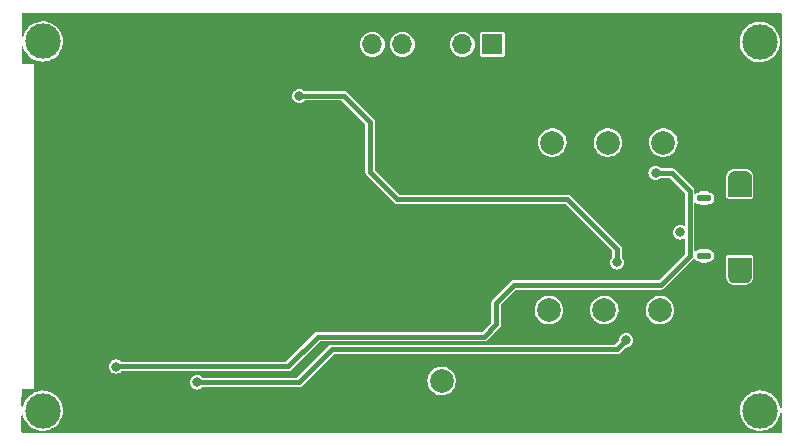
<source format=gbr>
%TF.GenerationSoftware,KiCad,Pcbnew,(6.0.7)*%
%TF.CreationDate,2024-04-28T10:14:19+07:00*%
%TF.ProjectId,ble_gateway,626c655f-6761-4746-9577-61792e6b6963,rev?*%
%TF.SameCoordinates,Original*%
%TF.FileFunction,Copper,L2,Bot*%
%TF.FilePolarity,Positive*%
%FSLAX46Y46*%
G04 Gerber Fmt 4.6, Leading zero omitted, Abs format (unit mm)*
G04 Created by KiCad (PCBNEW (6.0.7)) date 2024-04-28 10:14:19*
%MOMM*%
%LPD*%
G01*
G04 APERTURE LIST*
G04 Aperture macros list*
%AMRoundRect*
0 Rectangle with rounded corners*
0 $1 Rounding radius*
0 $2 $3 $4 $5 $6 $7 $8 $9 X,Y pos of 4 corners*
0 Add a 4 corners polygon primitive as box body*
4,1,4,$2,$3,$4,$5,$6,$7,$8,$9,$2,$3,0*
0 Add four circle primitives for the rounded corners*
1,1,$1+$1,$2,$3*
1,1,$1+$1,$4,$5*
1,1,$1+$1,$6,$7*
1,1,$1+$1,$8,$9*
0 Add four rect primitives between the rounded corners*
20,1,$1+$1,$2,$3,$4,$5,0*
20,1,$1+$1,$4,$5,$6,$7,0*
20,1,$1+$1,$6,$7,$8,$9,0*
20,1,$1+$1,$8,$9,$2,$3,0*%
G04 Aperture macros list end*
%TA.AperFunction,EtchedComponent*%
%ADD10C,0.000100*%
%TD*%
%TA.AperFunction,ComponentPad*%
%ADD11C,2.000000*%
%TD*%
%TA.AperFunction,ComponentPad*%
%ADD12RoundRect,0.131250X0.493750X-0.131250X0.493750X0.131250X-0.493750X0.131250X-0.493750X-0.131250X0*%
%TD*%
%TA.AperFunction,ComponentPad*%
%ADD13O,1.550800X1.080000*%
%TD*%
%TA.AperFunction,ComponentPad*%
%ADD14O,1.600400X1.070000*%
%TD*%
%TA.AperFunction,ComponentPad*%
%ADD15R,1.700000X1.700000*%
%TD*%
%TA.AperFunction,ComponentPad*%
%ADD16O,1.700000X1.700000*%
%TD*%
%TA.AperFunction,ViaPad*%
%ADD17C,0.600000*%
%TD*%
%TA.AperFunction,ViaPad*%
%ADD18C,3.000000*%
%TD*%
%TA.AperFunction,ViaPad*%
%ADD19C,0.500000*%
%TD*%
%TA.AperFunction,ViaPad*%
%ADD20C,0.800000*%
%TD*%
%TA.AperFunction,Conductor*%
%ADD21C,0.400000*%
%TD*%
G04 APERTURE END LIST*
%TO.C,J1*%
G36*
X145750000Y-108300000D02*
G01*
X145284000Y-108300000D01*
X145269000Y-108302000D01*
X145253000Y-108304000D01*
X145238000Y-108307000D01*
X145222000Y-108310000D01*
X145192000Y-108320000D01*
X145178000Y-108326000D01*
X145150000Y-108340000D01*
X145137000Y-108348000D01*
X145124000Y-108357000D01*
X145111000Y-108367000D01*
X145099000Y-108377000D01*
X145077000Y-108399000D01*
X145067000Y-108411000D01*
X145057000Y-108424000D01*
X145048000Y-108437000D01*
X145040000Y-108450000D01*
X145026000Y-108478000D01*
X145020000Y-108492000D01*
X145010000Y-108522000D01*
X145007000Y-108538000D01*
X145004000Y-108553000D01*
X145002000Y-108569000D01*
X145000000Y-108584000D01*
X145000000Y-108841000D01*
X145002000Y-108856000D01*
X145004000Y-108872000D01*
X145007000Y-108887000D01*
X145010000Y-108903000D01*
X145020000Y-108933000D01*
X145026000Y-108947000D01*
X145040000Y-108975000D01*
X145048000Y-108988000D01*
X145057000Y-109001000D01*
X145067000Y-109014000D01*
X145077000Y-109026000D01*
X145099000Y-109048000D01*
X145111000Y-109058000D01*
X145124000Y-109068000D01*
X145137000Y-109077000D01*
X145150000Y-109085000D01*
X145178000Y-109099000D01*
X145192000Y-109105000D01*
X145222000Y-109115000D01*
X145238000Y-109118000D01*
X145253000Y-109121000D01*
X145269000Y-109123000D01*
X145284000Y-109125000D01*
X145750000Y-109125000D01*
X145750000Y-109900000D01*
X145300000Y-109900000D01*
X145274000Y-109899000D01*
X145248000Y-109897000D01*
X145222000Y-109894000D01*
X145196000Y-109889000D01*
X145171000Y-109883000D01*
X145145000Y-109876000D01*
X145121000Y-109867000D01*
X145097000Y-109857000D01*
X145073000Y-109846000D01*
X145050000Y-109833000D01*
X145006000Y-109805000D01*
X144985000Y-109789000D01*
X144965000Y-109772000D01*
X144946000Y-109754000D01*
X144928000Y-109735000D01*
X144911000Y-109715000D01*
X144895000Y-109694000D01*
X144867000Y-109650000D01*
X144854000Y-109627000D01*
X144843000Y-109603000D01*
X144833000Y-109579000D01*
X144824000Y-109555000D01*
X144817000Y-109529000D01*
X144811000Y-109504000D01*
X144806000Y-109478000D01*
X144803000Y-109452000D01*
X144801000Y-109426000D01*
X144800000Y-109400000D01*
X144800000Y-107800000D01*
X145750000Y-107800000D01*
X145750000Y-108300000D01*
G37*
D10*
X145750000Y-108300000D02*
X145284000Y-108300000D01*
X145269000Y-108302000D01*
X145253000Y-108304000D01*
X145238000Y-108307000D01*
X145222000Y-108310000D01*
X145192000Y-108320000D01*
X145178000Y-108326000D01*
X145150000Y-108340000D01*
X145137000Y-108348000D01*
X145124000Y-108357000D01*
X145111000Y-108367000D01*
X145099000Y-108377000D01*
X145077000Y-108399000D01*
X145067000Y-108411000D01*
X145057000Y-108424000D01*
X145048000Y-108437000D01*
X145040000Y-108450000D01*
X145026000Y-108478000D01*
X145020000Y-108492000D01*
X145010000Y-108522000D01*
X145007000Y-108538000D01*
X145004000Y-108553000D01*
X145002000Y-108569000D01*
X145000000Y-108584000D01*
X145000000Y-108841000D01*
X145002000Y-108856000D01*
X145004000Y-108872000D01*
X145007000Y-108887000D01*
X145010000Y-108903000D01*
X145020000Y-108933000D01*
X145026000Y-108947000D01*
X145040000Y-108975000D01*
X145048000Y-108988000D01*
X145057000Y-109001000D01*
X145067000Y-109014000D01*
X145077000Y-109026000D01*
X145099000Y-109048000D01*
X145111000Y-109058000D01*
X145124000Y-109068000D01*
X145137000Y-109077000D01*
X145150000Y-109085000D01*
X145178000Y-109099000D01*
X145192000Y-109105000D01*
X145222000Y-109115000D01*
X145238000Y-109118000D01*
X145253000Y-109121000D01*
X145269000Y-109123000D01*
X145284000Y-109125000D01*
X145750000Y-109125000D01*
X145750000Y-109900000D01*
X145300000Y-109900000D01*
X145274000Y-109899000D01*
X145248000Y-109897000D01*
X145222000Y-109894000D01*
X145196000Y-109889000D01*
X145171000Y-109883000D01*
X145145000Y-109876000D01*
X145121000Y-109867000D01*
X145097000Y-109857000D01*
X145073000Y-109846000D01*
X145050000Y-109833000D01*
X145006000Y-109805000D01*
X144985000Y-109789000D01*
X144965000Y-109772000D01*
X144946000Y-109754000D01*
X144928000Y-109735000D01*
X144911000Y-109715000D01*
X144895000Y-109694000D01*
X144867000Y-109650000D01*
X144854000Y-109627000D01*
X144843000Y-109603000D01*
X144833000Y-109579000D01*
X144824000Y-109555000D01*
X144817000Y-109529000D01*
X144811000Y-109504000D01*
X144806000Y-109478000D01*
X144803000Y-109452000D01*
X144801000Y-109426000D01*
X144800000Y-109400000D01*
X144800000Y-107800000D01*
X145750000Y-107800000D01*
X145750000Y-108300000D01*
G36*
X146226000Y-100501000D02*
G01*
X146252000Y-100503000D01*
X146278000Y-100506000D01*
X146304000Y-100511000D01*
X146329000Y-100517000D01*
X146355000Y-100524000D01*
X146379000Y-100533000D01*
X146403000Y-100543000D01*
X146427000Y-100554000D01*
X146450000Y-100567000D01*
X146494000Y-100595000D01*
X146515000Y-100611000D01*
X146535000Y-100628000D01*
X146554000Y-100646000D01*
X146572000Y-100665000D01*
X146589000Y-100685000D01*
X146605000Y-100706000D01*
X146633000Y-100750000D01*
X146646000Y-100773000D01*
X146657000Y-100797000D01*
X146667000Y-100821000D01*
X146676000Y-100845000D01*
X146683000Y-100871000D01*
X146689000Y-100896000D01*
X146694000Y-100922000D01*
X146697000Y-100948000D01*
X146699000Y-100974000D01*
X146700000Y-101000000D01*
X146700000Y-102600000D01*
X145750000Y-102600000D01*
X145750000Y-102100000D01*
X146216000Y-102100000D01*
X146231000Y-102098000D01*
X146247000Y-102096000D01*
X146262000Y-102093000D01*
X146278000Y-102090000D01*
X146308000Y-102080000D01*
X146322000Y-102074000D01*
X146350000Y-102060000D01*
X146363000Y-102052000D01*
X146376000Y-102043000D01*
X146389000Y-102033000D01*
X146401000Y-102023000D01*
X146423000Y-102001000D01*
X146433000Y-101989000D01*
X146443000Y-101976000D01*
X146452000Y-101963000D01*
X146460000Y-101950000D01*
X146474000Y-101922000D01*
X146480000Y-101908000D01*
X146490000Y-101878000D01*
X146493000Y-101862000D01*
X146496000Y-101847000D01*
X146498000Y-101831000D01*
X146500000Y-101816000D01*
X146500000Y-101559000D01*
X146498000Y-101544000D01*
X146496000Y-101528000D01*
X146493000Y-101513000D01*
X146490000Y-101497000D01*
X146480000Y-101467000D01*
X146474000Y-101453000D01*
X146460000Y-101425000D01*
X146452000Y-101412000D01*
X146443000Y-101399000D01*
X146433000Y-101386000D01*
X146423000Y-101374000D01*
X146401000Y-101352000D01*
X146389000Y-101342000D01*
X146376000Y-101332000D01*
X146363000Y-101323000D01*
X146350000Y-101315000D01*
X146322000Y-101301000D01*
X146308000Y-101295000D01*
X146278000Y-101285000D01*
X146262000Y-101282000D01*
X146247000Y-101279000D01*
X146231000Y-101277000D01*
X146216000Y-101275000D01*
X145750000Y-101275000D01*
X145750000Y-100500000D01*
X146200000Y-100500000D01*
X146226000Y-100501000D01*
G37*
X146226000Y-100501000D02*
X146252000Y-100503000D01*
X146278000Y-100506000D01*
X146304000Y-100511000D01*
X146329000Y-100517000D01*
X146355000Y-100524000D01*
X146379000Y-100533000D01*
X146403000Y-100543000D01*
X146427000Y-100554000D01*
X146450000Y-100567000D01*
X146494000Y-100595000D01*
X146515000Y-100611000D01*
X146535000Y-100628000D01*
X146554000Y-100646000D01*
X146572000Y-100665000D01*
X146589000Y-100685000D01*
X146605000Y-100706000D01*
X146633000Y-100750000D01*
X146646000Y-100773000D01*
X146657000Y-100797000D01*
X146667000Y-100821000D01*
X146676000Y-100845000D01*
X146683000Y-100871000D01*
X146689000Y-100896000D01*
X146694000Y-100922000D01*
X146697000Y-100948000D01*
X146699000Y-100974000D01*
X146700000Y-101000000D01*
X146700000Y-102600000D01*
X145750000Y-102600000D01*
X145750000Y-102100000D01*
X146216000Y-102100000D01*
X146231000Y-102098000D01*
X146247000Y-102096000D01*
X146262000Y-102093000D01*
X146278000Y-102090000D01*
X146308000Y-102080000D01*
X146322000Y-102074000D01*
X146350000Y-102060000D01*
X146363000Y-102052000D01*
X146376000Y-102043000D01*
X146389000Y-102033000D01*
X146401000Y-102023000D01*
X146423000Y-102001000D01*
X146433000Y-101989000D01*
X146443000Y-101976000D01*
X146452000Y-101963000D01*
X146460000Y-101950000D01*
X146474000Y-101922000D01*
X146480000Y-101908000D01*
X146490000Y-101878000D01*
X146493000Y-101862000D01*
X146496000Y-101847000D01*
X146498000Y-101831000D01*
X146500000Y-101816000D01*
X146500000Y-101559000D01*
X146498000Y-101544000D01*
X146496000Y-101528000D01*
X146493000Y-101513000D01*
X146490000Y-101497000D01*
X146480000Y-101467000D01*
X146474000Y-101453000D01*
X146460000Y-101425000D01*
X146452000Y-101412000D01*
X146443000Y-101399000D01*
X146433000Y-101386000D01*
X146423000Y-101374000D01*
X146401000Y-101352000D01*
X146389000Y-101342000D01*
X146376000Y-101332000D01*
X146363000Y-101323000D01*
X146350000Y-101315000D01*
X146322000Y-101301000D01*
X146308000Y-101295000D01*
X146278000Y-101285000D01*
X146262000Y-101282000D01*
X146247000Y-101279000D01*
X146231000Y-101277000D01*
X146216000Y-101275000D01*
X145750000Y-101275000D01*
X145750000Y-100500000D01*
X146200000Y-100500000D01*
X146226000Y-100501000D01*
G36*
X145750000Y-101275000D02*
G01*
X145261000Y-101275000D01*
X145246000Y-101277000D01*
X145232000Y-101278000D01*
X145204000Y-101284000D01*
X145190000Y-101288000D01*
X145176000Y-101293000D01*
X145150000Y-101305000D01*
X145137000Y-101312000D01*
X145125000Y-101319000D01*
X145113000Y-101328000D01*
X145102000Y-101336000D01*
X145091000Y-101346000D01*
X145071000Y-101366000D01*
X145061000Y-101377000D01*
X145053000Y-101388000D01*
X145044000Y-101400000D01*
X145037000Y-101413000D01*
X145030000Y-101425000D01*
X145018000Y-101451000D01*
X145013000Y-101465000D01*
X145009000Y-101479000D01*
X145003000Y-101507000D01*
X145002000Y-101521000D01*
X145000000Y-101536000D01*
X145000000Y-101816000D01*
X145002000Y-101831000D01*
X145004000Y-101847000D01*
X145007000Y-101862000D01*
X145010000Y-101878000D01*
X145020000Y-101908000D01*
X145026000Y-101922000D01*
X145040000Y-101950000D01*
X145048000Y-101963000D01*
X145057000Y-101976000D01*
X145067000Y-101989000D01*
X145077000Y-102001000D01*
X145099000Y-102023000D01*
X145111000Y-102033000D01*
X145124000Y-102043000D01*
X145137000Y-102052000D01*
X145150000Y-102060000D01*
X145178000Y-102074000D01*
X145192000Y-102080000D01*
X145222000Y-102090000D01*
X145238000Y-102093000D01*
X145253000Y-102096000D01*
X145269000Y-102098000D01*
X145284000Y-102100000D01*
X145750000Y-102100000D01*
X145750000Y-102600000D01*
X144800000Y-102600000D01*
X144800000Y-101000000D01*
X144801000Y-100974000D01*
X144803000Y-100948000D01*
X144806000Y-100922000D01*
X144811000Y-100896000D01*
X144817000Y-100871000D01*
X144824000Y-100845000D01*
X144833000Y-100821000D01*
X144843000Y-100797000D01*
X144854000Y-100773000D01*
X144867000Y-100750000D01*
X144895000Y-100706000D01*
X144911000Y-100685000D01*
X144928000Y-100665000D01*
X144946000Y-100646000D01*
X144965000Y-100628000D01*
X144985000Y-100611000D01*
X145006000Y-100595000D01*
X145050000Y-100567000D01*
X145073000Y-100554000D01*
X145097000Y-100543000D01*
X145121000Y-100533000D01*
X145145000Y-100524000D01*
X145171000Y-100517000D01*
X145196000Y-100511000D01*
X145222000Y-100506000D01*
X145248000Y-100503000D01*
X145274000Y-100501000D01*
X145300000Y-100500000D01*
X145750000Y-100500000D01*
X145750000Y-101275000D01*
G37*
X145750000Y-101275000D02*
X145261000Y-101275000D01*
X145246000Y-101277000D01*
X145232000Y-101278000D01*
X145204000Y-101284000D01*
X145190000Y-101288000D01*
X145176000Y-101293000D01*
X145150000Y-101305000D01*
X145137000Y-101312000D01*
X145125000Y-101319000D01*
X145113000Y-101328000D01*
X145102000Y-101336000D01*
X145091000Y-101346000D01*
X145071000Y-101366000D01*
X145061000Y-101377000D01*
X145053000Y-101388000D01*
X145044000Y-101400000D01*
X145037000Y-101413000D01*
X145030000Y-101425000D01*
X145018000Y-101451000D01*
X145013000Y-101465000D01*
X145009000Y-101479000D01*
X145003000Y-101507000D01*
X145002000Y-101521000D01*
X145000000Y-101536000D01*
X145000000Y-101816000D01*
X145002000Y-101831000D01*
X145004000Y-101847000D01*
X145007000Y-101862000D01*
X145010000Y-101878000D01*
X145020000Y-101908000D01*
X145026000Y-101922000D01*
X145040000Y-101950000D01*
X145048000Y-101963000D01*
X145057000Y-101976000D01*
X145067000Y-101989000D01*
X145077000Y-102001000D01*
X145099000Y-102023000D01*
X145111000Y-102033000D01*
X145124000Y-102043000D01*
X145137000Y-102052000D01*
X145150000Y-102060000D01*
X145178000Y-102074000D01*
X145192000Y-102080000D01*
X145222000Y-102090000D01*
X145238000Y-102093000D01*
X145253000Y-102096000D01*
X145269000Y-102098000D01*
X145284000Y-102100000D01*
X145750000Y-102100000D01*
X145750000Y-102600000D01*
X144800000Y-102600000D01*
X144800000Y-101000000D01*
X144801000Y-100974000D01*
X144803000Y-100948000D01*
X144806000Y-100922000D01*
X144811000Y-100896000D01*
X144817000Y-100871000D01*
X144824000Y-100845000D01*
X144833000Y-100821000D01*
X144843000Y-100797000D01*
X144854000Y-100773000D01*
X144867000Y-100750000D01*
X144895000Y-100706000D01*
X144911000Y-100685000D01*
X144928000Y-100665000D01*
X144946000Y-100646000D01*
X144965000Y-100628000D01*
X144985000Y-100611000D01*
X145006000Y-100595000D01*
X145050000Y-100567000D01*
X145073000Y-100554000D01*
X145097000Y-100543000D01*
X145121000Y-100533000D01*
X145145000Y-100524000D01*
X145171000Y-100517000D01*
X145196000Y-100511000D01*
X145222000Y-100506000D01*
X145248000Y-100503000D01*
X145274000Y-100501000D01*
X145300000Y-100500000D01*
X145750000Y-100500000D01*
X145750000Y-101275000D01*
G36*
X146700000Y-109400000D02*
G01*
X146699000Y-109426000D01*
X146697000Y-109452000D01*
X146694000Y-109478000D01*
X146689000Y-109504000D01*
X146683000Y-109529000D01*
X146676000Y-109555000D01*
X146667000Y-109579000D01*
X146657000Y-109603000D01*
X146646000Y-109627000D01*
X146633000Y-109650000D01*
X146605000Y-109694000D01*
X146589000Y-109715000D01*
X146572000Y-109735000D01*
X146554000Y-109754000D01*
X146535000Y-109772000D01*
X146515000Y-109789000D01*
X146494000Y-109805000D01*
X146450000Y-109833000D01*
X146427000Y-109846000D01*
X146403000Y-109857000D01*
X146379000Y-109867000D01*
X146355000Y-109876000D01*
X146329000Y-109883000D01*
X146304000Y-109889000D01*
X146278000Y-109894000D01*
X146252000Y-109897000D01*
X146226000Y-109899000D01*
X146200000Y-109900000D01*
X145750000Y-109900000D01*
X145750000Y-109125000D01*
X146239000Y-109125000D01*
X146254000Y-109123000D01*
X146268000Y-109122000D01*
X146296000Y-109116000D01*
X146310000Y-109112000D01*
X146324000Y-109107000D01*
X146350000Y-109095000D01*
X146363000Y-109088000D01*
X146375000Y-109081000D01*
X146387000Y-109072000D01*
X146398000Y-109064000D01*
X146409000Y-109054000D01*
X146429000Y-109034000D01*
X146439000Y-109023000D01*
X146447000Y-109012000D01*
X146456000Y-109000000D01*
X146463000Y-108987000D01*
X146470000Y-108975000D01*
X146482000Y-108949000D01*
X146487000Y-108935000D01*
X146491000Y-108921000D01*
X146497000Y-108893000D01*
X146498000Y-108879000D01*
X146500000Y-108864000D01*
X146500000Y-108584000D01*
X146498000Y-108569000D01*
X146496000Y-108553000D01*
X146493000Y-108538000D01*
X146490000Y-108522000D01*
X146480000Y-108492000D01*
X146474000Y-108478000D01*
X146460000Y-108450000D01*
X146452000Y-108437000D01*
X146443000Y-108424000D01*
X146433000Y-108411000D01*
X146423000Y-108399000D01*
X146401000Y-108377000D01*
X146389000Y-108367000D01*
X146376000Y-108357000D01*
X146363000Y-108348000D01*
X146350000Y-108340000D01*
X146322000Y-108326000D01*
X146308000Y-108320000D01*
X146278000Y-108310000D01*
X146262000Y-108307000D01*
X146247000Y-108304000D01*
X146231000Y-108302000D01*
X146216000Y-108300000D01*
X145750000Y-108300000D01*
X145750000Y-107800000D01*
X146700000Y-107800000D01*
X146700000Y-109400000D01*
G37*
X146700000Y-109400000D02*
X146699000Y-109426000D01*
X146697000Y-109452000D01*
X146694000Y-109478000D01*
X146689000Y-109504000D01*
X146683000Y-109529000D01*
X146676000Y-109555000D01*
X146667000Y-109579000D01*
X146657000Y-109603000D01*
X146646000Y-109627000D01*
X146633000Y-109650000D01*
X146605000Y-109694000D01*
X146589000Y-109715000D01*
X146572000Y-109735000D01*
X146554000Y-109754000D01*
X146535000Y-109772000D01*
X146515000Y-109789000D01*
X146494000Y-109805000D01*
X146450000Y-109833000D01*
X146427000Y-109846000D01*
X146403000Y-109857000D01*
X146379000Y-109867000D01*
X146355000Y-109876000D01*
X146329000Y-109883000D01*
X146304000Y-109889000D01*
X146278000Y-109894000D01*
X146252000Y-109897000D01*
X146226000Y-109899000D01*
X146200000Y-109900000D01*
X145750000Y-109900000D01*
X145750000Y-109125000D01*
X146239000Y-109125000D01*
X146254000Y-109123000D01*
X146268000Y-109122000D01*
X146296000Y-109116000D01*
X146310000Y-109112000D01*
X146324000Y-109107000D01*
X146350000Y-109095000D01*
X146363000Y-109088000D01*
X146375000Y-109081000D01*
X146387000Y-109072000D01*
X146398000Y-109064000D01*
X146409000Y-109054000D01*
X146429000Y-109034000D01*
X146439000Y-109023000D01*
X146447000Y-109012000D01*
X146456000Y-109000000D01*
X146463000Y-108987000D01*
X146470000Y-108975000D01*
X146482000Y-108949000D01*
X146487000Y-108935000D01*
X146491000Y-108921000D01*
X146497000Y-108893000D01*
X146498000Y-108879000D01*
X146500000Y-108864000D01*
X146500000Y-108584000D01*
X146498000Y-108569000D01*
X146496000Y-108553000D01*
X146493000Y-108538000D01*
X146490000Y-108522000D01*
X146480000Y-108492000D01*
X146474000Y-108478000D01*
X146460000Y-108450000D01*
X146452000Y-108437000D01*
X146443000Y-108424000D01*
X146433000Y-108411000D01*
X146423000Y-108399000D01*
X146401000Y-108377000D01*
X146389000Y-108367000D01*
X146376000Y-108357000D01*
X146363000Y-108348000D01*
X146350000Y-108340000D01*
X146322000Y-108326000D01*
X146308000Y-108320000D01*
X146278000Y-108310000D01*
X146262000Y-108307000D01*
X146247000Y-108304000D01*
X146231000Y-108302000D01*
X146216000Y-108300000D01*
X145750000Y-108300000D01*
X145750000Y-107800000D01*
X146700000Y-107800000D01*
X146700000Y-109400000D01*
%TD*%
D11*
%TO.P,U6,1,1*%
%TO.N,sleep_from_button*%
X129600000Y-112245000D03*
%TO.P,U6,2,2*%
%TO.N,sleep*%
X134300000Y-112245000D03*
%TO.P,U6,3,3*%
%TO.N,sleep_from_timer*%
X139000000Y-112245000D03*
%TD*%
D12*
%TO.P,J1,S1,SHIELD*%
%TO.N,Net-(J1-PadS1)*%
X142750000Y-107625000D03*
%TO.P,J1,S2,SHIELD*%
X142750000Y-102775000D03*
D13*
%TO.P,J1,S3,SHIELD*%
X145750000Y-108710000D03*
D14*
%TO.P,J1,S6,SHIELD*%
X145774800Y-101685000D03*
%TD*%
D11*
%TO.P,J2,1,Pin_1*%
%TO.N,Vbat*%
X120520000Y-118245000D03*
%TO.P,J2,2,Pin_2*%
%TO.N,GND*%
X116020000Y-118245000D03*
%TD*%
%TO.P,U4,1,1*%
%TO.N,charger*%
X139300000Y-98055000D03*
%TO.P,U4,2,2*%
%TO.N,input_5V*%
X134600000Y-98055000D03*
%TO.P,U4,3,3*%
%TO.N,no_charge*%
X129900000Y-98055000D03*
%TD*%
D15*
%TO.P,J3,1,Pin_1*%
%TO.N,input_5V*%
X124825000Y-89750000D03*
D16*
%TO.P,J3,2,Pin_2*%
%TO.N,VDD33*%
X122285000Y-89750000D03*
%TO.P,J3,3,Pin_3*%
%TO.N,GND*%
X119745000Y-89750000D03*
%TO.P,J3,4,Pin_4*%
%TO.N,Rx*%
X117205000Y-89750000D03*
%TO.P,J3,5,Pin_5*%
%TO.N,Tx*%
X114665000Y-89750000D03*
%TD*%
D17*
%TO.N,GND*%
X133725000Y-119750000D03*
X133600000Y-117300000D03*
X127125000Y-117025000D03*
X126225000Y-105550000D03*
X120250000Y-103975000D03*
D18*
%TO.N,*%
X86750000Y-120750000D03*
X147475000Y-120750000D03*
X147450000Y-89550000D03*
X86750000Y-89500000D03*
D17*
%TO.N,GND*%
X112925000Y-122025000D03*
X87475000Y-103750000D03*
X146775000Y-99475000D03*
X120800000Y-116325000D03*
X92125000Y-99800000D03*
X113050000Y-117375000D03*
X133725000Y-122000000D03*
X88875000Y-111025000D03*
X127800000Y-92375000D03*
X136550000Y-111800000D03*
X117700000Y-122025000D03*
X87550000Y-111025000D03*
X112925000Y-99600000D03*
X137700000Y-93700000D03*
X90175000Y-92450000D03*
X133050000Y-103425000D03*
X88825000Y-105575000D03*
X116750000Y-107950000D03*
X90325000Y-107500000D03*
X130150000Y-117175000D03*
X112450000Y-103350000D03*
X121850000Y-122025000D03*
X135325000Y-87825000D03*
X135175000Y-103875000D03*
X127025000Y-122025000D03*
X131625000Y-87825000D03*
X133600000Y-114300000D03*
X92450000Y-89750000D03*
X129025000Y-87825000D03*
X110175000Y-118550000D03*
X141150000Y-98825000D03*
X90325000Y-101550000D03*
X96250000Y-88025000D03*
X143700000Y-93550000D03*
X97725000Y-112325000D03*
X113350000Y-111950000D03*
X146625000Y-118125000D03*
X144200000Y-111275000D03*
X90100000Y-94050000D03*
X146600000Y-116300000D03*
X130750000Y-93275000D03*
X101225000Y-101375000D03*
X138400000Y-89800000D03*
X129925000Y-119500000D03*
X119750000Y-113550000D03*
X86650000Y-92650000D03*
X140850000Y-93575000D03*
X117125000Y-112025000D03*
X93000000Y-119375000D03*
X143975000Y-89850000D03*
X90100000Y-90925000D03*
X88875000Y-107475000D03*
X110025000Y-111025000D03*
X146000000Y-91400000D03*
X88800000Y-103750000D03*
X99275000Y-104475000D03*
X122625000Y-103975000D03*
X114100000Y-101800000D03*
D19*
X109425000Y-116275000D03*
D17*
X117125000Y-113450000D03*
X125950000Y-98500000D03*
X101350000Y-108375000D03*
X110625000Y-92625000D03*
X144175000Y-109650000D03*
X101050000Y-92725000D03*
X99400000Y-108375000D03*
X140800000Y-95225000D03*
X101225000Y-104475000D03*
X98150000Y-122075000D03*
X87575000Y-109075000D03*
X119275000Y-106275000D03*
X114800000Y-106850000D03*
X115475000Y-92575000D03*
X88900000Y-109075000D03*
X119750000Y-111900000D03*
X137250000Y-95400000D03*
X94575000Y-95450000D03*
X139300000Y-121975000D03*
X116850000Y-116350000D03*
X129675000Y-114300000D03*
X119425000Y-92550000D03*
X88325000Y-92500000D03*
X133725000Y-109050000D03*
X123275000Y-119925000D03*
X141050000Y-87825000D03*
X99200000Y-119575000D03*
X142925000Y-116300000D03*
X105750000Y-92625000D03*
X86650000Y-94225000D03*
X139225000Y-114425000D03*
X107475000Y-122075000D03*
X122400000Y-92550000D03*
X132675000Y-96400000D03*
X93375000Y-122075000D03*
X87450000Y-116675000D03*
X135150000Y-102175000D03*
X96800000Y-93250000D03*
X109975000Y-108700000D03*
X99275000Y-101375000D03*
X102300000Y-122075000D03*
X109275000Y-88025000D03*
X136600000Y-100400000D03*
X110000000Y-98575000D03*
X108450000Y-105425000D03*
X88875000Y-101525000D03*
X99375000Y-88025000D03*
X112625000Y-97875000D03*
X125200000Y-92775000D03*
X89025000Y-120650000D03*
X87425000Y-118650000D03*
X88350000Y-94225000D03*
X101975000Y-88025000D03*
X112250000Y-116650000D03*
X127125000Y-119750000D03*
X90275000Y-105600000D03*
X146900000Y-94375000D03*
X110100000Y-104050000D03*
X140950000Y-109800000D03*
X90325000Y-111050000D03*
X90350000Y-109100000D03*
X105600000Y-119575000D03*
X138450000Y-87825000D03*
X134525000Y-90850000D03*
X90250000Y-103775000D03*
X90100000Y-88325000D03*
X106150000Y-88025000D03*
X132225000Y-105650000D03*
X134150000Y-107975000D03*
X111250000Y-119875000D03*
X125825000Y-94775000D03*
X87550000Y-107475000D03*
X113400000Y-113500000D03*
X125875000Y-96625000D03*
X117250000Y-104375000D03*
X116075000Y-119975000D03*
X112000000Y-106925000D03*
X142950000Y-118125000D03*
X87500000Y-105575000D03*
X87550000Y-101525000D03*
X129050000Y-109025000D03*
D20*
%TO.N,EN*%
X92950000Y-117020000D03*
X138630000Y-100620000D03*
%TO.N,BOOT*%
X108480000Y-94130000D03*
X135382000Y-108204000D03*
%TO.N,input_5V*%
X140716000Y-105664000D03*
%TO.N,sleep*%
X99822000Y-118364000D03*
X136144000Y-114808000D03*
%TD*%
D21*
%TO.N,EN*%
X107550000Y-116960000D02*
X107550000Y-117000000D01*
X107550000Y-117000000D02*
X92950000Y-117000000D01*
X125140000Y-113450000D02*
X124110000Y-114480000D01*
X141516000Y-102146000D02*
X141516000Y-107658000D01*
X126630000Y-110110000D02*
X125140000Y-111600000D01*
X125140000Y-111600000D02*
X125140000Y-113450000D01*
X139990000Y-100620000D02*
X141516000Y-102146000D01*
X138630000Y-100620000D02*
X139990000Y-100620000D01*
X139064000Y-110110000D02*
X126630000Y-110110000D01*
X141516000Y-107658000D02*
X139064000Y-110110000D01*
X110030000Y-114480000D02*
X107550000Y-116960000D01*
X124110000Y-114480000D02*
X110030000Y-114480000D01*
%TO.N,BOOT*%
X135382000Y-107072000D02*
X131170000Y-102860000D01*
X131170000Y-102860000D02*
X116780000Y-102860000D01*
X116780000Y-102860000D02*
X114460000Y-100540000D01*
X112240000Y-94090000D02*
X108490000Y-94090000D01*
X114460000Y-96310000D02*
X112240000Y-94090000D01*
X114460000Y-100540000D02*
X114460000Y-96310000D01*
X135382000Y-108204000D02*
X135382000Y-107072000D01*
%TO.N,sleep*%
X111252000Y-115570000D02*
X108458000Y-118364000D01*
X108458000Y-118364000D02*
X99822000Y-118364000D01*
X136144000Y-114808000D02*
X135382000Y-115570000D01*
X135382000Y-115570000D02*
X111252000Y-115570000D01*
%TD*%
%TA.AperFunction,Conductor*%
%TO.N,GND*%
G36*
X117084867Y-87075492D02*
G01*
X149235480Y-87080466D01*
X149283044Y-87097786D01*
X149308347Y-87141627D01*
X149309469Y-87154472D01*
X149304837Y-120385230D01*
X149304825Y-120468864D01*
X149287506Y-120516428D01*
X149243665Y-120541732D01*
X149193816Y-120532935D01*
X149161284Y-120494154D01*
X149158650Y-120485186D01*
X149150335Y-120448440D01*
X149105756Y-120251428D01*
X149090259Y-120211576D01*
X149015143Y-120018417D01*
X149014150Y-120015863D01*
X148888731Y-119796426D01*
X148732255Y-119597938D01*
X148548160Y-119424758D01*
X148340489Y-119280691D01*
X148234632Y-119228488D01*
X148116269Y-119170118D01*
X148116268Y-119170118D01*
X148113805Y-119168903D01*
X147873087Y-119091849D01*
X147623624Y-119051221D01*
X147620891Y-119051185D01*
X147620888Y-119051185D01*
X147440874Y-119048829D01*
X147370896Y-119047913D01*
X147120455Y-119081996D01*
X147117827Y-119082762D01*
X146880433Y-119151956D01*
X146880428Y-119151958D01*
X146877803Y-119152723D01*
X146875318Y-119153869D01*
X146875317Y-119153869D01*
X146814381Y-119181961D01*
X146648270Y-119258539D01*
X146645976Y-119260043D01*
X146439197Y-119395613D01*
X146439194Y-119395616D01*
X146436899Y-119397120D01*
X146434851Y-119398948D01*
X146434847Y-119398951D01*
X146388487Y-119440329D01*
X146248333Y-119565421D01*
X146086715Y-119759746D01*
X145955595Y-119975825D01*
X145857854Y-120208911D01*
X145857178Y-120211573D01*
X145857177Y-120211576D01*
X145807795Y-120406020D01*
X145795639Y-120453883D01*
X145770316Y-120705361D01*
X145772460Y-120750000D01*
X145782141Y-120951528D01*
X145782443Y-120957820D01*
X145782977Y-120960506D01*
X145782978Y-120960512D01*
X145792910Y-121010442D01*
X145831752Y-121205713D01*
X145917160Y-121443595D01*
X146036792Y-121666240D01*
X146188018Y-121868756D01*
X146367517Y-122046696D01*
X146571346Y-122196149D01*
X146795026Y-122313833D01*
X146797615Y-122314737D01*
X146797617Y-122314738D01*
X147031051Y-122396257D01*
X147031057Y-122396259D01*
X147033644Y-122397162D01*
X147036346Y-122397675D01*
X147279259Y-122443794D01*
X147279265Y-122443795D01*
X147281958Y-122444306D01*
X147284698Y-122444414D01*
X147284701Y-122444414D01*
X147434190Y-122450287D01*
X147534513Y-122454229D01*
X147537242Y-122453930D01*
X147537246Y-122453930D01*
X147629794Y-122443794D01*
X147785760Y-122426713D01*
X147921143Y-122391070D01*
X148027523Y-122363063D01*
X148027526Y-122363062D01*
X148030181Y-122362363D01*
X148262405Y-122262591D01*
X148367716Y-122197423D01*
X148474995Y-122131037D01*
X148474999Y-122131034D01*
X148477331Y-122129591D01*
X148670238Y-121966283D01*
X148836888Y-121776256D01*
X148838367Y-121773957D01*
X148838372Y-121773950D01*
X148972133Y-121565995D01*
X148972136Y-121565990D01*
X148973619Y-121563684D01*
X149077428Y-121333236D01*
X149078171Y-121330600D01*
X149078174Y-121330593D01*
X149145289Y-121092617D01*
X149146034Y-121089976D01*
X149157341Y-121001093D01*
X149180518Y-120956092D01*
X149227198Y-120936517D01*
X149275541Y-120951528D01*
X149302924Y-120994100D01*
X149304749Y-121010442D01*
X149304531Y-122575510D01*
X149287212Y-122623074D01*
X149243371Y-122648378D01*
X149230531Y-122649500D01*
X85024562Y-122649500D01*
X84976996Y-122632187D01*
X84951686Y-122588350D01*
X84950562Y-122575479D01*
X84950953Y-121173770D01*
X84968279Y-121126209D01*
X85012123Y-121100912D01*
X85061971Y-121109715D01*
X85094497Y-121148501D01*
X85097530Y-121159353D01*
X85106752Y-121205713D01*
X85192160Y-121443595D01*
X85311792Y-121666240D01*
X85463018Y-121868756D01*
X85642517Y-122046696D01*
X85846346Y-122196149D01*
X86070026Y-122313833D01*
X86072615Y-122314737D01*
X86072617Y-122314738D01*
X86306051Y-122396257D01*
X86306057Y-122396259D01*
X86308644Y-122397162D01*
X86311346Y-122397675D01*
X86554259Y-122443794D01*
X86554265Y-122443795D01*
X86556958Y-122444306D01*
X86559698Y-122444414D01*
X86559701Y-122444414D01*
X86709190Y-122450287D01*
X86809513Y-122454229D01*
X86812242Y-122453930D01*
X86812246Y-122453930D01*
X86904794Y-122443794D01*
X87060760Y-122426713D01*
X87196143Y-122391070D01*
X87302523Y-122363063D01*
X87302526Y-122363062D01*
X87305181Y-122362363D01*
X87537405Y-122262591D01*
X87642716Y-122197423D01*
X87749995Y-122131037D01*
X87749999Y-122131034D01*
X87752331Y-122129591D01*
X87945238Y-121966283D01*
X88111888Y-121776256D01*
X88113367Y-121773957D01*
X88113372Y-121773950D01*
X88247133Y-121565995D01*
X88247136Y-121565990D01*
X88248619Y-121563684D01*
X88352428Y-121333236D01*
X88353171Y-121330600D01*
X88353174Y-121330593D01*
X88420289Y-121092617D01*
X88421034Y-121089976D01*
X88432342Y-121001094D01*
X88452696Y-120841096D01*
X88452696Y-120841092D01*
X88452931Y-120839247D01*
X88455268Y-120750000D01*
X88436537Y-120497945D01*
X88380756Y-120251428D01*
X88365259Y-120211576D01*
X88290143Y-120018417D01*
X88289150Y-120015863D01*
X88163731Y-119796426D01*
X88007255Y-119597938D01*
X87823160Y-119424758D01*
X87615489Y-119280691D01*
X87509632Y-119228488D01*
X87391269Y-119170118D01*
X87391268Y-119170118D01*
X87388805Y-119168903D01*
X87148087Y-119091849D01*
X86898624Y-119051221D01*
X86895891Y-119051185D01*
X86895888Y-119051185D01*
X86715874Y-119048829D01*
X86645896Y-119047913D01*
X86395455Y-119081996D01*
X86392827Y-119082762D01*
X86155433Y-119151956D01*
X86155428Y-119151958D01*
X86152803Y-119152723D01*
X86150318Y-119153869D01*
X86150317Y-119153869D01*
X86089381Y-119181961D01*
X85923270Y-119258539D01*
X85920976Y-119260043D01*
X85714197Y-119395613D01*
X85714194Y-119395616D01*
X85711899Y-119397120D01*
X85709851Y-119398948D01*
X85709847Y-119398951D01*
X85663487Y-119440329D01*
X85523333Y-119565421D01*
X85361715Y-119759746D01*
X85230595Y-119975825D01*
X85132854Y-120208911D01*
X85132178Y-120211573D01*
X85096910Y-120350440D01*
X85068421Y-120392281D01*
X85019703Y-120406020D01*
X84973550Y-120385230D01*
X84951559Y-120339638D01*
X84951187Y-120332203D01*
X84951210Y-120251428D01*
X84951553Y-119019978D01*
X84968879Y-118972418D01*
X85012723Y-118947121D01*
X85025553Y-118946000D01*
X86022200Y-118946000D01*
X86022200Y-118364000D01*
X99216318Y-118364000D01*
X99216951Y-118368808D01*
X99225036Y-118430217D01*
X99236956Y-118520762D01*
X99297464Y-118666841D01*
X99300414Y-118670685D01*
X99300416Y-118670689D01*
X99358972Y-118747000D01*
X99393718Y-118792282D01*
X99397568Y-118795236D01*
X99397569Y-118795237D01*
X99515311Y-118885584D01*
X99515315Y-118885586D01*
X99519159Y-118888536D01*
X99665238Y-118949044D01*
X99670040Y-118949676D01*
X99670043Y-118949677D01*
X99817192Y-118969049D01*
X99822000Y-118969682D01*
X99826808Y-118969049D01*
X99973957Y-118949677D01*
X99973960Y-118949676D01*
X99978762Y-118949044D01*
X100124841Y-118888536D01*
X100128685Y-118885586D01*
X100128689Y-118885584D01*
X100246432Y-118795236D01*
X100250282Y-118792282D01*
X100253234Y-118788434D01*
X100255497Y-118786172D01*
X100301374Y-118764781D01*
X100307821Y-118764500D01*
X108521433Y-118764500D01*
X108526971Y-118762700D01*
X108526974Y-118762700D01*
X108546246Y-118756438D01*
X108557537Y-118753727D01*
X108567544Y-118752142D01*
X108583304Y-118749646D01*
X108588701Y-118746896D01*
X108606550Y-118737802D01*
X108617278Y-118733358D01*
X108636551Y-118727096D01*
X108636552Y-118727095D01*
X108642090Y-118725296D01*
X108646799Y-118721874D01*
X108646804Y-118721872D01*
X108663198Y-118709961D01*
X108673098Y-118703894D01*
X108691153Y-118694694D01*
X108691154Y-118694694D01*
X108696342Y-118692050D01*
X108718905Y-118669487D01*
X108718909Y-118669484D01*
X109174953Y-118213440D01*
X119314770Y-118213440D01*
X119329200Y-118433604D01*
X119383511Y-118647452D01*
X119384927Y-118650524D01*
X119384929Y-118650529D01*
X119436641Y-118762700D01*
X119475883Y-118847821D01*
X119477835Y-118850583D01*
X119562006Y-118969682D01*
X119603222Y-119028002D01*
X119605649Y-119030366D01*
X119605653Y-119030371D01*
X119749107Y-119170118D01*
X119761264Y-119181961D01*
X119944717Y-119304540D01*
X119947831Y-119305878D01*
X119947833Y-119305879D01*
X120038315Y-119344753D01*
X120147436Y-119391635D01*
X120362632Y-119440329D01*
X120467165Y-119444436D01*
X120579703Y-119448858D01*
X120579707Y-119448858D01*
X120583098Y-119448991D01*
X120801452Y-119417331D01*
X121010379Y-119346410D01*
X121202884Y-119238602D01*
X121205489Y-119236435D01*
X121205494Y-119236432D01*
X121369910Y-119099687D01*
X121372518Y-119097518D01*
X121413466Y-119048284D01*
X121511432Y-118930494D01*
X121511435Y-118930489D01*
X121513602Y-118927884D01*
X121621410Y-118735379D01*
X121692331Y-118526452D01*
X121723991Y-118308098D01*
X121725643Y-118245000D01*
X121709162Y-118065638D01*
X121705765Y-118028668D01*
X121705764Y-118028663D01*
X121705454Y-118025289D01*
X121687949Y-117963218D01*
X121653879Y-117842416D01*
X121645565Y-117812936D01*
X121547980Y-117615053D01*
X121528048Y-117588360D01*
X121417999Y-117440988D01*
X121417998Y-117440987D01*
X121415967Y-117438267D01*
X121325626Y-117354756D01*
X121256445Y-117290806D01*
X121256443Y-117290805D01*
X121253949Y-117288499D01*
X121166226Y-117233150D01*
X121070219Y-117172574D01*
X121070217Y-117172573D01*
X121067350Y-117170764D01*
X121064203Y-117169508D01*
X121064200Y-117169507D01*
X120865575Y-117090264D01*
X120865572Y-117090263D01*
X120862421Y-117089006D01*
X120859094Y-117088344D01*
X120859090Y-117088343D01*
X120649348Y-117046623D01*
X120649346Y-117046623D01*
X120646024Y-117045962D01*
X120548949Y-117044691D01*
X120428799Y-117043118D01*
X120428794Y-117043118D01*
X120425406Y-117043074D01*
X120422060Y-117043649D01*
X120422059Y-117043649D01*
X120362662Y-117053855D01*
X120207957Y-117080438D01*
X120000957Y-117156804D01*
X119811341Y-117269614D01*
X119808797Y-117271845D01*
X119808793Y-117271848D01*
X119787176Y-117290806D01*
X119645457Y-117415090D01*
X119643360Y-117417749D01*
X119643359Y-117417751D01*
X119543411Y-117544536D01*
X119508863Y-117588360D01*
X119406131Y-117783620D01*
X119340703Y-117994333D01*
X119314770Y-118213440D01*
X109174953Y-118213440D01*
X111396219Y-115992174D01*
X111442095Y-115970782D01*
X111448545Y-115970500D01*
X135445433Y-115970500D01*
X135450971Y-115968700D01*
X135450974Y-115968700D01*
X135470246Y-115962438D01*
X135481537Y-115959727D01*
X135491544Y-115958142D01*
X135507304Y-115955646D01*
X135512701Y-115952896D01*
X135530550Y-115943802D01*
X135541278Y-115939358D01*
X135560551Y-115933096D01*
X135560552Y-115933095D01*
X135566090Y-115931296D01*
X135570799Y-115927874D01*
X135570804Y-115927872D01*
X135587198Y-115915961D01*
X135597098Y-115909894D01*
X135615153Y-115900694D01*
X135615154Y-115900694D01*
X135620342Y-115898050D01*
X135642905Y-115875487D01*
X135642909Y-115875484D01*
X136083670Y-115434723D01*
X136129546Y-115413331D01*
X136135996Y-115413049D01*
X136139192Y-115413049D01*
X136144000Y-115413682D01*
X136148808Y-115413049D01*
X136295957Y-115393677D01*
X136295960Y-115393676D01*
X136300762Y-115393044D01*
X136446841Y-115332536D01*
X136450685Y-115329586D01*
X136450689Y-115329584D01*
X136568431Y-115239237D01*
X136572282Y-115236282D01*
X136603039Y-115196199D01*
X136665584Y-115114689D01*
X136665586Y-115114685D01*
X136668536Y-115110841D01*
X136729044Y-114964762D01*
X136741740Y-114868330D01*
X136749049Y-114812808D01*
X136749682Y-114808000D01*
X136729044Y-114651238D01*
X136668536Y-114505159D01*
X136665586Y-114501315D01*
X136665584Y-114501311D01*
X136575237Y-114383569D01*
X136572282Y-114379718D01*
X136568431Y-114376763D01*
X136450689Y-114286416D01*
X136450685Y-114286414D01*
X136446841Y-114283464D01*
X136300762Y-114222956D01*
X136295960Y-114222324D01*
X136295957Y-114222323D01*
X136148808Y-114202951D01*
X136144000Y-114202318D01*
X136139192Y-114202951D01*
X135992043Y-114222323D01*
X135992040Y-114222324D01*
X135987238Y-114222956D01*
X135841159Y-114283464D01*
X135837315Y-114286414D01*
X135837311Y-114286416D01*
X135719569Y-114376763D01*
X135715718Y-114379718D01*
X135712763Y-114383569D01*
X135622416Y-114501311D01*
X135622414Y-114501315D01*
X135619464Y-114505159D01*
X135558956Y-114651238D01*
X135538318Y-114808000D01*
X135538951Y-114812808D01*
X135538951Y-114816004D01*
X135521638Y-114863570D01*
X135517277Y-114868330D01*
X135237781Y-115147826D01*
X135191905Y-115169218D01*
X135185455Y-115169500D01*
X111188567Y-115169500D01*
X111183029Y-115171300D01*
X111183026Y-115171300D01*
X111163754Y-115177562D01*
X111152463Y-115180273D01*
X111142456Y-115181858D01*
X111126696Y-115184354D01*
X111121503Y-115187000D01*
X111103448Y-115196199D01*
X111092719Y-115200643D01*
X111067911Y-115208704D01*
X111046802Y-115224041D01*
X111036907Y-115230103D01*
X111018849Y-115239304D01*
X111018844Y-115239308D01*
X111013658Y-115241950D01*
X110991095Y-115264513D01*
X110991091Y-115264516D01*
X108313781Y-117941826D01*
X108267905Y-117963218D01*
X108261455Y-117963500D01*
X100307821Y-117963500D01*
X100260255Y-117946187D01*
X100255497Y-117941828D01*
X100253234Y-117939566D01*
X100250282Y-117935718D01*
X100219162Y-117911839D01*
X100128689Y-117842416D01*
X100128685Y-117842414D01*
X100124841Y-117839464D01*
X99978762Y-117778956D01*
X99973960Y-117778324D01*
X99973957Y-117778323D01*
X99826808Y-117758951D01*
X99822000Y-117758318D01*
X99817192Y-117758951D01*
X99670043Y-117778323D01*
X99670040Y-117778324D01*
X99665238Y-117778956D01*
X99519159Y-117839464D01*
X99515315Y-117842414D01*
X99515311Y-117842416D01*
X99397569Y-117932763D01*
X99393718Y-117935718D01*
X99390763Y-117939569D01*
X99300416Y-118057311D01*
X99300414Y-118057315D01*
X99297464Y-118061159D01*
X99236956Y-118207238D01*
X99236324Y-118212040D01*
X99236323Y-118212043D01*
X99223393Y-118310257D01*
X99216318Y-118364000D01*
X86022200Y-118364000D01*
X86022200Y-117020000D01*
X92344318Y-117020000D01*
X92344951Y-117024808D01*
X92364001Y-117169507D01*
X92364956Y-117176762D01*
X92425464Y-117322841D01*
X92428414Y-117326685D01*
X92428416Y-117326689D01*
X92512264Y-117435961D01*
X92521718Y-117448282D01*
X92525569Y-117451237D01*
X92643311Y-117541584D01*
X92643315Y-117541586D01*
X92647159Y-117544536D01*
X92793238Y-117605044D01*
X92798040Y-117605676D01*
X92798043Y-117605677D01*
X92945192Y-117625049D01*
X92950000Y-117625682D01*
X92954808Y-117625049D01*
X93101957Y-117605677D01*
X93101960Y-117605676D01*
X93106762Y-117605044D01*
X93252841Y-117544536D01*
X93256685Y-117541586D01*
X93256689Y-117541584D01*
X93374431Y-117451237D01*
X93378282Y-117448282D01*
X93392732Y-117429451D01*
X93435423Y-117402254D01*
X93451439Y-117400500D01*
X107512657Y-117400500D01*
X107524233Y-117401411D01*
X107550000Y-117405492D01*
X107555752Y-117404581D01*
X107669549Y-117386558D01*
X107669552Y-117386557D01*
X107675304Y-117385646D01*
X107680495Y-117383001D01*
X107680498Y-117383000D01*
X107783150Y-117330696D01*
X107783152Y-117330694D01*
X107788342Y-117328050D01*
X107878050Y-117238342D01*
X107880694Y-117233152D01*
X107880696Y-117233150D01*
X107914281Y-117167235D01*
X107927889Y-117148504D01*
X110174219Y-114902174D01*
X110220095Y-114880782D01*
X110226545Y-114880500D01*
X124173433Y-114880500D01*
X124178971Y-114878700D01*
X124178974Y-114878700D01*
X124198246Y-114872438D01*
X124209537Y-114869727D01*
X124219544Y-114868142D01*
X124235304Y-114865646D01*
X124240701Y-114862896D01*
X124258550Y-114853802D01*
X124269278Y-114849358D01*
X124288551Y-114843096D01*
X124288552Y-114843095D01*
X124294090Y-114841296D01*
X124298799Y-114837874D01*
X124298804Y-114837872D01*
X124315198Y-114825961D01*
X124325098Y-114819894D01*
X124343153Y-114810694D01*
X124343154Y-114810694D01*
X124348342Y-114808050D01*
X124370905Y-114785487D01*
X124370909Y-114785484D01*
X125445484Y-113710909D01*
X125445487Y-113710905D01*
X125468050Y-113688342D01*
X125470694Y-113683153D01*
X125479894Y-113665098D01*
X125485961Y-113655198D01*
X125497872Y-113638804D01*
X125497874Y-113638799D01*
X125501296Y-113634090D01*
X125509358Y-113609278D01*
X125513802Y-113598550D01*
X125523000Y-113580497D01*
X125525646Y-113575304D01*
X125529727Y-113549537D01*
X125532438Y-113538246D01*
X125538700Y-113518974D01*
X125538700Y-113518971D01*
X125540500Y-113513433D01*
X125540500Y-112213440D01*
X128394770Y-112213440D01*
X128409200Y-112433604D01*
X128463511Y-112647452D01*
X128464927Y-112650524D01*
X128464929Y-112650529D01*
X128502565Y-112732167D01*
X128555883Y-112847821D01*
X128683222Y-113028002D01*
X128685649Y-113030366D01*
X128685653Y-113030371D01*
X128756808Y-113099687D01*
X128841264Y-113181961D01*
X129024717Y-113304540D01*
X129027831Y-113305878D01*
X129027833Y-113305879D01*
X129118315Y-113344753D01*
X129227436Y-113391635D01*
X129442632Y-113440329D01*
X129547165Y-113444436D01*
X129659703Y-113448858D01*
X129659707Y-113448858D01*
X129663098Y-113448991D01*
X129881452Y-113417331D01*
X130090379Y-113346410D01*
X130282884Y-113238602D01*
X130285489Y-113236435D01*
X130285494Y-113236432D01*
X130449910Y-113099687D01*
X130452518Y-113097518D01*
X130512638Y-113025232D01*
X130591432Y-112930494D01*
X130591435Y-112930489D01*
X130593602Y-112927884D01*
X130701410Y-112735379D01*
X130772331Y-112526452D01*
X130803991Y-112308098D01*
X130805643Y-112245000D01*
X130802743Y-112213440D01*
X133094770Y-112213440D01*
X133109200Y-112433604D01*
X133163511Y-112647452D01*
X133164927Y-112650524D01*
X133164929Y-112650529D01*
X133202565Y-112732167D01*
X133255883Y-112847821D01*
X133383222Y-113028002D01*
X133385649Y-113030366D01*
X133385653Y-113030371D01*
X133456808Y-113099687D01*
X133541264Y-113181961D01*
X133724717Y-113304540D01*
X133727831Y-113305878D01*
X133727833Y-113305879D01*
X133818315Y-113344753D01*
X133927436Y-113391635D01*
X134142632Y-113440329D01*
X134247165Y-113444436D01*
X134359703Y-113448858D01*
X134359707Y-113448858D01*
X134363098Y-113448991D01*
X134581452Y-113417331D01*
X134790379Y-113346410D01*
X134982884Y-113238602D01*
X134985489Y-113236435D01*
X134985494Y-113236432D01*
X135149910Y-113099687D01*
X135152518Y-113097518D01*
X135212638Y-113025232D01*
X135291432Y-112930494D01*
X135291435Y-112930489D01*
X135293602Y-112927884D01*
X135401410Y-112735379D01*
X135472331Y-112526452D01*
X135503991Y-112308098D01*
X135505643Y-112245000D01*
X135502743Y-112213440D01*
X137794770Y-112213440D01*
X137809200Y-112433604D01*
X137863511Y-112647452D01*
X137864927Y-112650524D01*
X137864929Y-112650529D01*
X137902565Y-112732167D01*
X137955883Y-112847821D01*
X138083222Y-113028002D01*
X138085649Y-113030366D01*
X138085653Y-113030371D01*
X138156808Y-113099687D01*
X138241264Y-113181961D01*
X138424717Y-113304540D01*
X138427831Y-113305878D01*
X138427833Y-113305879D01*
X138518315Y-113344753D01*
X138627436Y-113391635D01*
X138842632Y-113440329D01*
X138947165Y-113444436D01*
X139059703Y-113448858D01*
X139059707Y-113448858D01*
X139063098Y-113448991D01*
X139281452Y-113417331D01*
X139490379Y-113346410D01*
X139682884Y-113238602D01*
X139685489Y-113236435D01*
X139685494Y-113236432D01*
X139849910Y-113099687D01*
X139852518Y-113097518D01*
X139912638Y-113025232D01*
X139991432Y-112930494D01*
X139991435Y-112930489D01*
X139993602Y-112927884D01*
X140101410Y-112735379D01*
X140172331Y-112526452D01*
X140203991Y-112308098D01*
X140205643Y-112245000D01*
X140202433Y-112210067D01*
X140185765Y-112028668D01*
X140185764Y-112028663D01*
X140185454Y-112025289D01*
X140125565Y-111812936D01*
X140027980Y-111615053D01*
X140008048Y-111588360D01*
X139897999Y-111440988D01*
X139897998Y-111440987D01*
X139895967Y-111438267D01*
X139733949Y-111288499D01*
X139547350Y-111170764D01*
X139544203Y-111169508D01*
X139544200Y-111169507D01*
X139345575Y-111090264D01*
X139345572Y-111090263D01*
X139342421Y-111089006D01*
X139339094Y-111088344D01*
X139339090Y-111088343D01*
X139129348Y-111046623D01*
X139129346Y-111046623D01*
X139126024Y-111045962D01*
X139028949Y-111044691D01*
X138908799Y-111043118D01*
X138908794Y-111043118D01*
X138905406Y-111043074D01*
X138902060Y-111043649D01*
X138902059Y-111043649D01*
X138842662Y-111053855D01*
X138687957Y-111080438D01*
X138480957Y-111156804D01*
X138291341Y-111269614D01*
X138288797Y-111271845D01*
X138288793Y-111271848D01*
X138267176Y-111290806D01*
X138125457Y-111415090D01*
X138123360Y-111417749D01*
X138123359Y-111417751D01*
X138025102Y-111542391D01*
X137988863Y-111588360D01*
X137886131Y-111783620D01*
X137885125Y-111786859D01*
X137885124Y-111786862D01*
X137877971Y-111809899D01*
X137820703Y-111994333D01*
X137794770Y-112213440D01*
X135502743Y-112213440D01*
X135502433Y-112210067D01*
X135485765Y-112028668D01*
X135485764Y-112028663D01*
X135485454Y-112025289D01*
X135425565Y-111812936D01*
X135327980Y-111615053D01*
X135308048Y-111588360D01*
X135197999Y-111440988D01*
X135197998Y-111440987D01*
X135195967Y-111438267D01*
X135033949Y-111288499D01*
X134847350Y-111170764D01*
X134844203Y-111169508D01*
X134844200Y-111169507D01*
X134645575Y-111090264D01*
X134645572Y-111090263D01*
X134642421Y-111089006D01*
X134639094Y-111088344D01*
X134639090Y-111088343D01*
X134429348Y-111046623D01*
X134429346Y-111046623D01*
X134426024Y-111045962D01*
X134328949Y-111044691D01*
X134208799Y-111043118D01*
X134208794Y-111043118D01*
X134205406Y-111043074D01*
X134202060Y-111043649D01*
X134202059Y-111043649D01*
X134142662Y-111053855D01*
X133987957Y-111080438D01*
X133780957Y-111156804D01*
X133591341Y-111269614D01*
X133588797Y-111271845D01*
X133588793Y-111271848D01*
X133567176Y-111290806D01*
X133425457Y-111415090D01*
X133423360Y-111417749D01*
X133423359Y-111417751D01*
X133325102Y-111542391D01*
X133288863Y-111588360D01*
X133186131Y-111783620D01*
X133185125Y-111786859D01*
X133185124Y-111786862D01*
X133177971Y-111809899D01*
X133120703Y-111994333D01*
X133094770Y-112213440D01*
X130802743Y-112213440D01*
X130802433Y-112210067D01*
X130785765Y-112028668D01*
X130785764Y-112028663D01*
X130785454Y-112025289D01*
X130725565Y-111812936D01*
X130627980Y-111615053D01*
X130608048Y-111588360D01*
X130497999Y-111440988D01*
X130497998Y-111440987D01*
X130495967Y-111438267D01*
X130333949Y-111288499D01*
X130147350Y-111170764D01*
X130144203Y-111169508D01*
X130144200Y-111169507D01*
X129945575Y-111090264D01*
X129945572Y-111090263D01*
X129942421Y-111089006D01*
X129939094Y-111088344D01*
X129939090Y-111088343D01*
X129729348Y-111046623D01*
X129729346Y-111046623D01*
X129726024Y-111045962D01*
X129628949Y-111044691D01*
X129508799Y-111043118D01*
X129508794Y-111043118D01*
X129505406Y-111043074D01*
X129502060Y-111043649D01*
X129502059Y-111043649D01*
X129442662Y-111053855D01*
X129287957Y-111080438D01*
X129080957Y-111156804D01*
X128891341Y-111269614D01*
X128888797Y-111271845D01*
X128888793Y-111271848D01*
X128867176Y-111290806D01*
X128725457Y-111415090D01*
X128723360Y-111417749D01*
X128723359Y-111417751D01*
X128625102Y-111542391D01*
X128588863Y-111588360D01*
X128486131Y-111783620D01*
X128485125Y-111786859D01*
X128485124Y-111786862D01*
X128477971Y-111809899D01*
X128420703Y-111994333D01*
X128394770Y-112213440D01*
X125540500Y-112213440D01*
X125540500Y-111796545D01*
X125557813Y-111748979D01*
X125562174Y-111744219D01*
X126774218Y-110532174D01*
X126820094Y-110510782D01*
X126826544Y-110510500D01*
X139127433Y-110510500D01*
X139132971Y-110508700D01*
X139132974Y-110508700D01*
X139152246Y-110502438D01*
X139163537Y-110499727D01*
X139173544Y-110498142D01*
X139189304Y-110495646D01*
X139194701Y-110492896D01*
X139212550Y-110483802D01*
X139223278Y-110479358D01*
X139242551Y-110473096D01*
X139242552Y-110473095D01*
X139248090Y-110471296D01*
X139252799Y-110467874D01*
X139252804Y-110467872D01*
X139269198Y-110455961D01*
X139279098Y-110449894D01*
X139297153Y-110440694D01*
X139297154Y-110440694D01*
X139302342Y-110438050D01*
X139324905Y-110415487D01*
X139324909Y-110415484D01*
X140355458Y-109384935D01*
X144598722Y-109384935D01*
X144598883Y-109389123D01*
X144598883Y-109389124D01*
X144599395Y-109402432D01*
X144599450Y-109405272D01*
X144599450Y-109417615D01*
X144599293Y-109418659D01*
X144599450Y-109420700D01*
X144599450Y-109422612D01*
X144599598Y-109423263D01*
X144599594Y-109423385D01*
X144599509Y-109423595D01*
X144599671Y-109423582D01*
X144599672Y-109423585D01*
X144600638Y-109436145D01*
X144600799Y-109438941D01*
X144601275Y-109451316D01*
X144601160Y-109452348D01*
X144601392Y-109454362D01*
X144601467Y-109456303D01*
X144601639Y-109456941D01*
X144601639Y-109457091D01*
X144601566Y-109457293D01*
X144601728Y-109457274D01*
X144603172Y-109469791D01*
X144603441Y-109472588D01*
X144604775Y-109489927D01*
X144604872Y-109490240D01*
X144604755Y-109493493D01*
X144605572Y-109497739D01*
X144607111Y-109505743D01*
X144607954Y-109511232D01*
X144609364Y-109523451D01*
X144610580Y-109526898D01*
X144610656Y-109527331D01*
X144610669Y-109528642D01*
X144611495Y-109532086D01*
X144611498Y-109532100D01*
X144614533Y-109544744D01*
X144615236Y-109547995D01*
X144618329Y-109564078D01*
X144618667Y-109564847D01*
X144618576Y-109566792D01*
X144619422Y-109566564D01*
X144622369Y-109577508D01*
X144622863Y-109579446D01*
X144626631Y-109595149D01*
X144627112Y-109597731D01*
X144627663Y-109599927D01*
X144628217Y-109604079D01*
X144629687Y-109607998D01*
X144629688Y-109608003D01*
X144631597Y-109613092D01*
X144633766Y-109619842D01*
X144636224Y-109628972D01*
X144638167Y-109632640D01*
X144639094Y-109634994D01*
X144639112Y-109635098D01*
X144639533Y-109636109D01*
X144639536Y-109636116D01*
X144645977Y-109651575D01*
X144646947Y-109654026D01*
X144650961Y-109664728D01*
X144651191Y-109665843D01*
X144652224Y-109668097D01*
X144653159Y-109670590D01*
X144653329Y-109670847D01*
X144653379Y-109671001D01*
X144653355Y-109671728D01*
X144653395Y-109671826D01*
X144653839Y-109671622D01*
X144653840Y-109671623D01*
X144658703Y-109682233D01*
X144659729Y-109684579D01*
X144666157Y-109700008D01*
X144666162Y-109700019D01*
X144666574Y-109701007D01*
X144666772Y-109701285D01*
X144667006Y-109701837D01*
X144668195Y-109705842D01*
X144670251Y-109709479D01*
X144670252Y-109709482D01*
X144673685Y-109715556D01*
X144676532Y-109721131D01*
X144679222Y-109727000D01*
X144681109Y-109731116D01*
X144683637Y-109734413D01*
X144684541Y-109735915D01*
X144684918Y-109736608D01*
X144685568Y-109738443D01*
X144687817Y-109741977D01*
X144693939Y-109751597D01*
X144695931Y-109754916D01*
X144701488Y-109764749D01*
X144701495Y-109764759D01*
X144703535Y-109768368D01*
X144706334Y-109771441D01*
X144706953Y-109772296D01*
X144709447Y-109775967D01*
X144715319Y-109785195D01*
X144719181Y-109792332D01*
X144719936Y-109793597D01*
X144721664Y-109797414D01*
X144727076Y-109804517D01*
X144728460Y-109806333D01*
X144732030Y-109811454D01*
X144735713Y-109817242D01*
X144735716Y-109817246D01*
X144737944Y-109820747D01*
X144740896Y-109823665D01*
X144741942Y-109824962D01*
X144742495Y-109825713D01*
X144743433Y-109827521D01*
X144746148Y-109830715D01*
X144753447Y-109839302D01*
X144755916Y-109842369D01*
X144765180Y-109854528D01*
X144766091Y-109855288D01*
X144766736Y-109856383D01*
X144769717Y-109859529D01*
X144777333Y-109867568D01*
X144779978Y-109870515D01*
X144789838Y-109882115D01*
X144790819Y-109882848D01*
X144791528Y-109883916D01*
X144794569Y-109886797D01*
X144794570Y-109886798D01*
X144802676Y-109894477D01*
X144805505Y-109897305D01*
X144815962Y-109908343D01*
X144816992Y-109909030D01*
X144817750Y-109910047D01*
X144829491Y-109920028D01*
X144832421Y-109922657D01*
X144843488Y-109933141D01*
X144844542Y-109933764D01*
X144845330Y-109934712D01*
X144848669Y-109937256D01*
X144857629Y-109944083D01*
X144860708Y-109946562D01*
X144869179Y-109953763D01*
X144869182Y-109953765D01*
X144872343Y-109956452D01*
X144874114Y-109957375D01*
X144874859Y-109957925D01*
X144876168Y-109958982D01*
X144879103Y-109961961D01*
X144888561Y-109967980D01*
X144893667Y-109971540D01*
X144902445Y-109978228D01*
X144906230Y-109979949D01*
X144907357Y-109980623D01*
X144914601Y-109984550D01*
X144923920Y-109990480D01*
X144927629Y-109993002D01*
X144928389Y-109993553D01*
X144931478Y-109996377D01*
X144945086Y-110004069D01*
X144948362Y-110006035D01*
X144961407Y-110014336D01*
X144963199Y-110014975D01*
X144963903Y-110015358D01*
X144965401Y-110016262D01*
X144968722Y-110018817D01*
X144978866Y-110023466D01*
X144984433Y-110026309D01*
X144984444Y-110026315D01*
X144994003Y-110031718D01*
X144997986Y-110032907D01*
X144998509Y-110033130D01*
X144998828Y-110033358D01*
X144999937Y-110033820D01*
X145015440Y-110040280D01*
X145017805Y-110041314D01*
X145028144Y-110046052D01*
X145028140Y-110046061D01*
X145028183Y-110046077D01*
X145029243Y-110046779D01*
X145031924Y-110047784D01*
X145033996Y-110048734D01*
X145034196Y-110048776D01*
X145034732Y-110049049D01*
X145034812Y-110049135D01*
X145034943Y-110049199D01*
X145035036Y-110048951D01*
X145035697Y-110049199D01*
X145045953Y-110053045D01*
X145048432Y-110054026D01*
X145064063Y-110060539D01*
X145064075Y-110060544D01*
X145064738Y-110060820D01*
X145064803Y-110060831D01*
X145067156Y-110061760D01*
X145070856Y-110063729D01*
X145080137Y-110066228D01*
X145080155Y-110066233D01*
X145086895Y-110068398D01*
X145095754Y-110071720D01*
X145099871Y-110072277D01*
X145102063Y-110072829D01*
X145104489Y-110073283D01*
X145104849Y-110073369D01*
X145120540Y-110077135D01*
X145122498Y-110077633D01*
X145133208Y-110080516D01*
X145133166Y-110080671D01*
X145133876Y-110080811D01*
X145135747Y-110081638D01*
X145152010Y-110084765D01*
X145155261Y-110085467D01*
X145171185Y-110089289D01*
X145172452Y-110089303D01*
X145172892Y-110089381D01*
X145176372Y-110090616D01*
X145180533Y-110091096D01*
X145180537Y-110091097D01*
X145186594Y-110091795D01*
X145188753Y-110092045D01*
X145194244Y-110092888D01*
X145202250Y-110094428D01*
X145202257Y-110094429D01*
X145206331Y-110095212D01*
X145209546Y-110095102D01*
X145209896Y-110095211D01*
X145211603Y-110095342D01*
X145211608Y-110095343D01*
X145227412Y-110096559D01*
X145230195Y-110096826D01*
X145242473Y-110098243D01*
X145243519Y-110098526D01*
X145245632Y-110098607D01*
X145247476Y-110098820D01*
X145248116Y-110098750D01*
X145248309Y-110098779D01*
X145248425Y-110098842D01*
X145248430Y-110098715D01*
X145248431Y-110098715D01*
X145251162Y-110098820D01*
X145261029Y-110099199D01*
X145263840Y-110099361D01*
X145268862Y-110099747D01*
X145275196Y-110100235D01*
X145275201Y-110100235D01*
X145276163Y-110100309D01*
X145277210Y-110100550D01*
X145279292Y-110100550D01*
X145281164Y-110100694D01*
X145281816Y-110100597D01*
X145281974Y-110100615D01*
X145282133Y-110100694D01*
X145282133Y-110100550D01*
X145294728Y-110100550D01*
X145297572Y-110100605D01*
X145314887Y-110101271D01*
X145318149Y-110100658D01*
X145321067Y-110100550D01*
X145742963Y-110100550D01*
X145795303Y-110100596D01*
X145795574Y-110100596D01*
X145795657Y-110100556D01*
X145795712Y-110100550D01*
X146178767Y-110100550D01*
X146181669Y-110100658D01*
X146184935Y-110101278D01*
X146189123Y-110101117D01*
X146189124Y-110101117D01*
X146202432Y-110100605D01*
X146205276Y-110100550D01*
X146217615Y-110100550D01*
X146218659Y-110100707D01*
X146220700Y-110100550D01*
X146222612Y-110100550D01*
X146223263Y-110100402D01*
X146223385Y-110100406D01*
X146223595Y-110100491D01*
X146223582Y-110100329D01*
X146223585Y-110100328D01*
X146236163Y-110099361D01*
X146238941Y-110099201D01*
X146251316Y-110098725D01*
X146252348Y-110098840D01*
X146254362Y-110098608D01*
X146256303Y-110098533D01*
X146256941Y-110098361D01*
X146257091Y-110098361D01*
X146257293Y-110098434D01*
X146257274Y-110098272D01*
X146269791Y-110096828D01*
X146272589Y-110096559D01*
X146289927Y-110095225D01*
X146290240Y-110095128D01*
X146293493Y-110095245D01*
X146305748Y-110092888D01*
X146311232Y-110092046D01*
X146315814Y-110091517D01*
X146323451Y-110090636D01*
X146326898Y-110089420D01*
X146327331Y-110089344D01*
X146328642Y-110089331D01*
X146332086Y-110088505D01*
X146332100Y-110088502D01*
X146344744Y-110085467D01*
X146347996Y-110084764D01*
X146364078Y-110081671D01*
X146364847Y-110081333D01*
X146366792Y-110081424D01*
X146366564Y-110080578D01*
X146377508Y-110077631D01*
X146379456Y-110077135D01*
X146395149Y-110073369D01*
X146397731Y-110072888D01*
X146399927Y-110072337D01*
X146404079Y-110071783D01*
X146407998Y-110070313D01*
X146408003Y-110070312D01*
X146413092Y-110068403D01*
X146419842Y-110066234D01*
X146424964Y-110064855D01*
X146428972Y-110063776D01*
X146432640Y-110061833D01*
X146434994Y-110060906D01*
X146435098Y-110060888D01*
X146436116Y-110060464D01*
X146451575Y-110054023D01*
X146454026Y-110053053D01*
X146464728Y-110049039D01*
X146465843Y-110048809D01*
X146468097Y-110047776D01*
X146470590Y-110046841D01*
X146470847Y-110046671D01*
X146471001Y-110046621D01*
X146471728Y-110046645D01*
X146471826Y-110046605D01*
X146471622Y-110046161D01*
X146471623Y-110046160D01*
X146482233Y-110041297D01*
X146484579Y-110040271D01*
X146500008Y-110033843D01*
X146500019Y-110033838D01*
X146501007Y-110033426D01*
X146501285Y-110033228D01*
X146501837Y-110032994D01*
X146505842Y-110031805D01*
X146509479Y-110029749D01*
X146509482Y-110029748D01*
X146515556Y-110026315D01*
X146521131Y-110023468D01*
X146527338Y-110020623D01*
X146527341Y-110020621D01*
X146531116Y-110018891D01*
X146534413Y-110016363D01*
X146535915Y-110015459D01*
X146536608Y-110015082D01*
X146538443Y-110014432D01*
X146551597Y-110006061D01*
X146554916Y-110004069D01*
X146564749Y-109998512D01*
X146564759Y-109998505D01*
X146568368Y-109996465D01*
X146571441Y-109993666D01*
X146572296Y-109993047D01*
X146575970Y-109990551D01*
X146585202Y-109984677D01*
X146592322Y-109980825D01*
X146593597Y-109980064D01*
X146597414Y-109978336D01*
X146606333Y-109971540D01*
X146611454Y-109967970D01*
X146617242Y-109964287D01*
X146617246Y-109964284D01*
X146620747Y-109962056D01*
X146623665Y-109959104D01*
X146624962Y-109958058D01*
X146625713Y-109957505D01*
X146627521Y-109956567D01*
X146639302Y-109946553D01*
X146642370Y-109944083D01*
X146654528Y-109934820D01*
X146655288Y-109933909D01*
X146656383Y-109933264D01*
X146667571Y-109922665D01*
X146670525Y-109920013D01*
X146682115Y-109910162D01*
X146682848Y-109909181D01*
X146683916Y-109908472D01*
X146694477Y-109897324D01*
X146697305Y-109894495D01*
X146705329Y-109886893D01*
X146708343Y-109884038D01*
X146709030Y-109883008D01*
X146710047Y-109882250D01*
X146720028Y-109870509D01*
X146722667Y-109867568D01*
X146733141Y-109856512D01*
X146733764Y-109855458D01*
X146734712Y-109854670D01*
X146744076Y-109842380D01*
X146744083Y-109842371D01*
X146746562Y-109839292D01*
X146753763Y-109830821D01*
X146753765Y-109830818D01*
X146756452Y-109827657D01*
X146757375Y-109825886D01*
X146757925Y-109825141D01*
X146758982Y-109823832D01*
X146761961Y-109820897D01*
X146767980Y-109811439D01*
X146771543Y-109806329D01*
X146778228Y-109797555D01*
X146779949Y-109793770D01*
X146780623Y-109792643D01*
X146784550Y-109785399D01*
X146788426Y-109779308D01*
X146790480Y-109776080D01*
X146793002Y-109772371D01*
X146793553Y-109771611D01*
X146796377Y-109768522D01*
X146804071Y-109754910D01*
X146806035Y-109751638D01*
X146814336Y-109738593D01*
X146814975Y-109736801D01*
X146815358Y-109736097D01*
X146816262Y-109734599D01*
X146818817Y-109731278D01*
X146823466Y-109721134D01*
X146826309Y-109715567D01*
X146829674Y-109709613D01*
X146831718Y-109705997D01*
X146832907Y-109702014D01*
X146833130Y-109701491D01*
X146833358Y-109701172D01*
X146840281Y-109684557D01*
X146841314Y-109682195D01*
X146846052Y-109671856D01*
X146846061Y-109671860D01*
X146846077Y-109671817D01*
X146846779Y-109670757D01*
X146847784Y-109668076D01*
X146848734Y-109666004D01*
X146848776Y-109665804D01*
X146849049Y-109665268D01*
X146849135Y-109665188D01*
X146849199Y-109665057D01*
X146848951Y-109664964D01*
X146853045Y-109654047D01*
X146854026Y-109651568D01*
X146860539Y-109635937D01*
X146860544Y-109635925D01*
X146860820Y-109635262D01*
X146860831Y-109635197D01*
X146861760Y-109632844D01*
X146863729Y-109629144D01*
X146866234Y-109619842D01*
X146868398Y-109613106D01*
X146870262Y-109608135D01*
X146870262Y-109608134D01*
X146871720Y-109604246D01*
X146872277Y-109600129D01*
X146872829Y-109597937D01*
X146873283Y-109595509D01*
X146873370Y-109595149D01*
X146877129Y-109579483D01*
X146877135Y-109579460D01*
X146877635Y-109577493D01*
X146880516Y-109566792D01*
X146880671Y-109566834D01*
X146880811Y-109566124D01*
X146881638Y-109564253D01*
X146884765Y-109547990D01*
X146885468Y-109544734D01*
X146889289Y-109528815D01*
X146889303Y-109527548D01*
X146889381Y-109527108D01*
X146890616Y-109523628D01*
X146892048Y-109511214D01*
X146892885Y-109505768D01*
X146895212Y-109493669D01*
X146895102Y-109490454D01*
X146895211Y-109490104D01*
X146896559Y-109472588D01*
X146896828Y-109469787D01*
X146898243Y-109457527D01*
X146898526Y-109456481D01*
X146898607Y-109454368D01*
X146898820Y-109452524D01*
X146898750Y-109451884D01*
X146898779Y-109451691D01*
X146898842Y-109451575D01*
X146898715Y-109451570D01*
X146899199Y-109438979D01*
X146899362Y-109436145D01*
X146899364Y-109436126D01*
X146900309Y-109423837D01*
X146900550Y-109422790D01*
X146900550Y-109420708D01*
X146900694Y-109418836D01*
X146900597Y-109418184D01*
X146900615Y-109418026D01*
X146900694Y-109417867D01*
X146900550Y-109417867D01*
X146900550Y-109405272D01*
X146900605Y-109402428D01*
X146901111Y-109389263D01*
X146901271Y-109385113D01*
X146900658Y-109381851D01*
X146900550Y-109378933D01*
X146900550Y-107807037D01*
X146900589Y-107762758D01*
X146900589Y-107762757D01*
X146900596Y-107754426D01*
X146894124Y-107740947D01*
X146888685Y-107725373D01*
X146887213Y-107718918D01*
X146887212Y-107718916D01*
X146885359Y-107710793D01*
X146880167Y-107704278D01*
X146880165Y-107704273D01*
X146876192Y-107699288D01*
X146867358Y-107685205D01*
X146864599Y-107679460D01*
X146864597Y-107679457D01*
X146860989Y-107671944D01*
X146854481Y-107666739D01*
X146854479Y-107666737D01*
X146849312Y-107662605D01*
X146837656Y-107650929D01*
X146833533Y-107645754D01*
X146833530Y-107645751D01*
X146828337Y-107639235D01*
X146815086Y-107632844D01*
X146801018Y-107623984D01*
X146796040Y-107620003D01*
X146789531Y-107614797D01*
X146781410Y-107612930D01*
X146781409Y-107612929D01*
X146774954Y-107611445D01*
X146759390Y-107605979D01*
X146745924Y-107599484D01*
X146722850Y-107599464D01*
X146722790Y-107599450D01*
X146707037Y-107599450D01*
X146654697Y-107599404D01*
X146654426Y-107599404D01*
X146654343Y-107599444D01*
X146654288Y-107599450D01*
X145757037Y-107599450D01*
X145704697Y-107599404D01*
X145704426Y-107599404D01*
X145704343Y-107599444D01*
X145704288Y-107599450D01*
X144807037Y-107599450D01*
X144762758Y-107599411D01*
X144762757Y-107599411D01*
X144754426Y-107599404D01*
X144746723Y-107603103D01*
X144740948Y-107605876D01*
X144725373Y-107611315D01*
X144718918Y-107612787D01*
X144718916Y-107612788D01*
X144710793Y-107614641D01*
X144704278Y-107619833D01*
X144704273Y-107619835D01*
X144699288Y-107623808D01*
X144685205Y-107632642D01*
X144679460Y-107635401D01*
X144679457Y-107635403D01*
X144671944Y-107639011D01*
X144666739Y-107645519D01*
X144666737Y-107645521D01*
X144662605Y-107650688D01*
X144650929Y-107662344D01*
X144645754Y-107666467D01*
X144645751Y-107666470D01*
X144639235Y-107671663D01*
X144632844Y-107684914D01*
X144623985Y-107698981D01*
X144614797Y-107710469D01*
X144611542Y-107724626D01*
X144611445Y-107725046D01*
X144605979Y-107740610D01*
X144599484Y-107754076D01*
X144599464Y-107777150D01*
X144599450Y-107777210D01*
X144599450Y-107792963D01*
X144599434Y-107811740D01*
X144599404Y-107845574D01*
X144599444Y-107845657D01*
X144599450Y-107845712D01*
X144599450Y-109378767D01*
X144599342Y-109381669D01*
X144598722Y-109384935D01*
X140355458Y-109384935D01*
X141821484Y-107918909D01*
X141821487Y-107918905D01*
X141844050Y-107896342D01*
X141845802Y-107898094D01*
X141879616Y-107875274D01*
X141929959Y-107880554D01*
X141964601Y-107915797D01*
X141977567Y-107943601D01*
X141980304Y-107949470D01*
X142063030Y-108032196D01*
X142169062Y-108081640D01*
X142217373Y-108088000D01*
X142250058Y-108088000D01*
X142295106Y-108103292D01*
X142349681Y-108145169D01*
X142494543Y-108205173D01*
X142499345Y-108205805D01*
X142499348Y-108205806D01*
X142584674Y-108217039D01*
X142610965Y-108220500D01*
X142889035Y-108220500D01*
X142915326Y-108217039D01*
X143000652Y-108205806D01*
X143000655Y-108205805D01*
X143005457Y-108205173D01*
X143150319Y-108145169D01*
X143204896Y-108103290D01*
X143249943Y-108087999D01*
X143282626Y-108087999D01*
X143285033Y-108087682D01*
X143285036Y-108087682D01*
X143325326Y-108082379D01*
X143325328Y-108082378D01*
X143330938Y-108081640D01*
X143336065Y-108079249D01*
X143336066Y-108079249D01*
X143394408Y-108052043D01*
X143436970Y-108032196D01*
X143519696Y-107949470D01*
X143569140Y-107843438D01*
X143575500Y-107795127D01*
X143575499Y-107454874D01*
X143569140Y-107406562D01*
X143519696Y-107300530D01*
X143436970Y-107217804D01*
X143330938Y-107168360D01*
X143282627Y-107162000D01*
X143249942Y-107162000D01*
X143204894Y-107146708D01*
X143154166Y-107107783D01*
X143150319Y-107104831D01*
X143005457Y-107044827D01*
X143000655Y-107044195D01*
X143000652Y-107044194D01*
X142915326Y-107032961D01*
X142889035Y-107029500D01*
X142610965Y-107029500D01*
X142584674Y-107032961D01*
X142499348Y-107044194D01*
X142499345Y-107044195D01*
X142494543Y-107044827D01*
X142349681Y-107104831D01*
X142295104Y-107146710D01*
X142250057Y-107162001D01*
X142217374Y-107162001D01*
X142214967Y-107162318D01*
X142214964Y-107162318D01*
X142174674Y-107167621D01*
X142174672Y-107167622D01*
X142169062Y-107168360D01*
X142163935Y-107170751D01*
X142163934Y-107170751D01*
X142163930Y-107170753D01*
X142063030Y-107217804D01*
X142042826Y-107238008D01*
X141996950Y-107259400D01*
X141948055Y-107246299D01*
X141919021Y-107204835D01*
X141916500Y-107185682D01*
X141916500Y-103214318D01*
X141933813Y-103166752D01*
X141977650Y-103141442D01*
X142027500Y-103150232D01*
X142042826Y-103161992D01*
X142063030Y-103182196D01*
X142169062Y-103231640D01*
X142217373Y-103238000D01*
X142250058Y-103238000D01*
X142295106Y-103253292D01*
X142349681Y-103295169D01*
X142494543Y-103355173D01*
X142499345Y-103355805D01*
X142499348Y-103355806D01*
X142584674Y-103367039D01*
X142610965Y-103370500D01*
X142889035Y-103370500D01*
X142915326Y-103367039D01*
X143000652Y-103355806D01*
X143000655Y-103355805D01*
X143005457Y-103355173D01*
X143150319Y-103295169D01*
X143204896Y-103253290D01*
X143249943Y-103237999D01*
X143282626Y-103237999D01*
X143285033Y-103237682D01*
X143285036Y-103237682D01*
X143325326Y-103232379D01*
X143325328Y-103232378D01*
X143330938Y-103231640D01*
X143336065Y-103229249D01*
X143336066Y-103229249D01*
X143393347Y-103202538D01*
X143436970Y-103182196D01*
X143519696Y-103099470D01*
X143569140Y-102993438D01*
X143575500Y-102945127D01*
X143575499Y-102604874D01*
X143569140Y-102556562D01*
X143559583Y-102536066D01*
X143530805Y-102474354D01*
X143519696Y-102450530D01*
X143436970Y-102367804D01*
X143330938Y-102318360D01*
X143282627Y-102312000D01*
X143249942Y-102312000D01*
X143204894Y-102296708D01*
X143154166Y-102257783D01*
X143150319Y-102254831D01*
X143005457Y-102194827D01*
X143000655Y-102194195D01*
X143000652Y-102194194D01*
X142915326Y-102182961D01*
X142889035Y-102179500D01*
X142610965Y-102179500D01*
X142584674Y-102182961D01*
X142499348Y-102194194D01*
X142499345Y-102194195D01*
X142494543Y-102194827D01*
X142349681Y-102254831D01*
X142295104Y-102296710D01*
X142250057Y-102312001D01*
X142217374Y-102312001D01*
X142214967Y-102312318D01*
X142214964Y-102312318D01*
X142174674Y-102317621D01*
X142174672Y-102317622D01*
X142169062Y-102318360D01*
X142163935Y-102320751D01*
X142163934Y-102320751D01*
X142126768Y-102338082D01*
X142063030Y-102367804D01*
X142042826Y-102388008D01*
X141996950Y-102409400D01*
X141948055Y-102396299D01*
X141919021Y-102354835D01*
X141916500Y-102335682D01*
X141916500Y-102082567D01*
X141914700Y-102077026D01*
X141908438Y-102057754D01*
X141905727Y-102046463D01*
X141902557Y-102026449D01*
X141901646Y-102020696D01*
X141898896Y-102015299D01*
X141889802Y-101997450D01*
X141885358Y-101986722D01*
X141879096Y-101967449D01*
X141879095Y-101967448D01*
X141877296Y-101961910D01*
X141873874Y-101957201D01*
X141873872Y-101957196D01*
X141861961Y-101940802D01*
X141855894Y-101930902D01*
X141846694Y-101912847D01*
X141846694Y-101912846D01*
X141844050Y-101907658D01*
X141821487Y-101885095D01*
X141821484Y-101885091D01*
X140951281Y-101014888D01*
X144598729Y-101014888D01*
X144599342Y-101018150D01*
X144599450Y-101021068D01*
X144599450Y-102592963D01*
X144599404Y-102645574D01*
X144603011Y-102653085D01*
X144605876Y-102659052D01*
X144611315Y-102674627D01*
X144612787Y-102681082D01*
X144612788Y-102681084D01*
X144614641Y-102689207D01*
X144619833Y-102695722D01*
X144619835Y-102695727D01*
X144623808Y-102700712D01*
X144632642Y-102714795D01*
X144635401Y-102720540D01*
X144635403Y-102720543D01*
X144639011Y-102728056D01*
X144645519Y-102733261D01*
X144645521Y-102733263D01*
X144650688Y-102737395D01*
X144662344Y-102749071D01*
X144666467Y-102754246D01*
X144666470Y-102754249D01*
X144671663Y-102760765D01*
X144684914Y-102767156D01*
X144698981Y-102776015D01*
X144710469Y-102785203D01*
X144718590Y-102787070D01*
X144718591Y-102787071D01*
X144725046Y-102788555D01*
X144740610Y-102794021D01*
X144754076Y-102800516D01*
X144777150Y-102800536D01*
X144777210Y-102800550D01*
X144792963Y-102800550D01*
X144845303Y-102800596D01*
X144845574Y-102800596D01*
X144845657Y-102800556D01*
X144845712Y-102800550D01*
X145742963Y-102800550D01*
X145795303Y-102800596D01*
X145795574Y-102800596D01*
X145795657Y-102800556D01*
X145795712Y-102800550D01*
X146692963Y-102800550D01*
X146737242Y-102800589D01*
X146737243Y-102800589D01*
X146745574Y-102800596D01*
X146759053Y-102794124D01*
X146774627Y-102788685D01*
X146781082Y-102787213D01*
X146781084Y-102787212D01*
X146789207Y-102785359D01*
X146795722Y-102780167D01*
X146795727Y-102780165D01*
X146800712Y-102776192D01*
X146814795Y-102767358D01*
X146820540Y-102764599D01*
X146820543Y-102764597D01*
X146828056Y-102760989D01*
X146833261Y-102754481D01*
X146833263Y-102754479D01*
X146837395Y-102749312D01*
X146849071Y-102737656D01*
X146854246Y-102733533D01*
X146854249Y-102733530D01*
X146860765Y-102728337D01*
X146867156Y-102715086D01*
X146876016Y-102701018D01*
X146879997Y-102696040D01*
X146885203Y-102689531D01*
X146888555Y-102674953D01*
X146894022Y-102659387D01*
X146896897Y-102653427D01*
X146900516Y-102645924D01*
X146900536Y-102622850D01*
X146900550Y-102622790D01*
X146900550Y-102607037D01*
X146900596Y-102554426D01*
X146900556Y-102554343D01*
X146900550Y-102554288D01*
X146900550Y-101021233D01*
X146900658Y-101018331D01*
X146901278Y-101015065D01*
X146900605Y-100997568D01*
X146900550Y-100994724D01*
X146900550Y-100982386D01*
X146900707Y-100981342D01*
X146900550Y-100979301D01*
X146900550Y-100977388D01*
X146900402Y-100976737D01*
X146900406Y-100976616D01*
X146900492Y-100976404D01*
X146900328Y-100976417D01*
X146900327Y-100976404D01*
X146899361Y-100963844D01*
X146899200Y-100961041D01*
X146899200Y-100961020D01*
X146898725Y-100948691D01*
X146898841Y-100947652D01*
X146898607Y-100945626D01*
X146898533Y-100943697D01*
X146898359Y-100943051D01*
X146898359Y-100942941D01*
X146898442Y-100942713D01*
X146898274Y-100942732D01*
X146898273Y-100942730D01*
X146896823Y-100930168D01*
X146896556Y-100927384D01*
X146895348Y-100911678D01*
X146895225Y-100910073D01*
X146895128Y-100909760D01*
X146895245Y-100906506D01*
X146894455Y-100902396D01*
X146894454Y-100902389D01*
X146892889Y-100894253D01*
X146892045Y-100888761D01*
X146891112Y-100880679D01*
X146890636Y-100876549D01*
X146889419Y-100873097D01*
X146889344Y-100872673D01*
X146889331Y-100871358D01*
X146885472Y-100855280D01*
X146884761Y-100851991D01*
X146882455Y-100839998D01*
X146882455Y-100839996D01*
X146881671Y-100835922D01*
X146881335Y-100835157D01*
X146881426Y-100833208D01*
X146880578Y-100833436D01*
X146877631Y-100822492D01*
X146877134Y-100820540D01*
X146873369Y-100804851D01*
X146872888Y-100802269D01*
X146872337Y-100800073D01*
X146871783Y-100795921D01*
X146870313Y-100792002D01*
X146870312Y-100791997D01*
X146868403Y-100786908D01*
X146866234Y-100780158D01*
X146864855Y-100775036D01*
X146863776Y-100771028D01*
X146861833Y-100767361D01*
X146860906Y-100765006D01*
X146860888Y-100764902D01*
X146854013Y-100748401D01*
X146853053Y-100745976D01*
X146849039Y-100735271D01*
X146848809Y-100734158D01*
X146847778Y-100731908D01*
X146846841Y-100729410D01*
X146846673Y-100729155D01*
X146846628Y-100729018D01*
X146846656Y-100728146D01*
X146846159Y-100728374D01*
X146841305Y-100717784D01*
X146840268Y-100715412D01*
X146833842Y-100699991D01*
X146833841Y-100699989D01*
X146833426Y-100698993D01*
X146833227Y-100698714D01*
X146832996Y-100698170D01*
X146831806Y-100694158D01*
X146829749Y-100690519D01*
X146829747Y-100690514D01*
X146826316Y-100684444D01*
X146823469Y-100678869D01*
X146820624Y-100672662D01*
X146820622Y-100672659D01*
X146818892Y-100668884D01*
X146816364Y-100665586D01*
X146815457Y-100664080D01*
X146815081Y-100663388D01*
X146814432Y-100661557D01*
X146812187Y-100658030D01*
X146812185Y-100658025D01*
X146806048Y-100648381D01*
X146804058Y-100645067D01*
X146800933Y-100639537D01*
X146796465Y-100631633D01*
X146793667Y-100628561D01*
X146793041Y-100627696D01*
X146790551Y-100624030D01*
X146784678Y-100614800D01*
X146780825Y-100607678D01*
X146780064Y-100606403D01*
X146778336Y-100602586D01*
X146771540Y-100593667D01*
X146767970Y-100588546D01*
X146764287Y-100582758D01*
X146764284Y-100582754D01*
X146762056Y-100579253D01*
X146759104Y-100576335D01*
X146758058Y-100575038D01*
X146757505Y-100574287D01*
X146756567Y-100572479D01*
X146746553Y-100560698D01*
X146744075Y-100557620D01*
X146734820Y-100545472D01*
X146733908Y-100544711D01*
X146733264Y-100543618D01*
X146730284Y-100540472D01*
X146722670Y-100532435D01*
X146720010Y-100529470D01*
X146712857Y-100521055D01*
X146712854Y-100521052D01*
X146710162Y-100517885D01*
X146709181Y-100517152D01*
X146708472Y-100516084D01*
X146705329Y-100513106D01*
X146697312Y-100505510D01*
X146694487Y-100502685D01*
X146686894Y-100494671D01*
X146686892Y-100494669D01*
X146684039Y-100491658D01*
X146683010Y-100490972D01*
X146682251Y-100489953D01*
X146679062Y-100487242D01*
X146679059Y-100487239D01*
X146670512Y-100479974D01*
X146667565Y-100477330D01*
X146656512Y-100466859D01*
X146655458Y-100466236D01*
X146654670Y-100465288D01*
X146642351Y-100455902D01*
X146639326Y-100453466D01*
X146627657Y-100443548D01*
X146625887Y-100442626D01*
X146625141Y-100442075D01*
X146623837Y-100441021D01*
X146620898Y-100438039D01*
X146611445Y-100432023D01*
X146606333Y-100428458D01*
X146600864Y-100424292D01*
X146600862Y-100424291D01*
X146597556Y-100421772D01*
X146593774Y-100420052D01*
X146592633Y-100419370D01*
X146585403Y-100415451D01*
X146576075Y-100409515D01*
X146572360Y-100406989D01*
X146571610Y-100406445D01*
X146568522Y-100403623D01*
X146554920Y-100395934D01*
X146551625Y-100393956D01*
X146542095Y-100387892D01*
X146538594Y-100385664D01*
X146536804Y-100385026D01*
X146536090Y-100384637D01*
X146534596Y-100383736D01*
X146531278Y-100381183D01*
X146521128Y-100376531D01*
X146515567Y-100373691D01*
X146509613Y-100370326D01*
X146509614Y-100370326D01*
X146505997Y-100368282D01*
X146502014Y-100367093D01*
X146501491Y-100366870D01*
X146501172Y-100366642D01*
X146484557Y-100359719D01*
X146482195Y-100358686D01*
X146471856Y-100353948D01*
X146471860Y-100353939D01*
X146471817Y-100353923D01*
X146470757Y-100353221D01*
X146468076Y-100352216D01*
X146466004Y-100351266D01*
X146465804Y-100351224D01*
X146465268Y-100350951D01*
X146465188Y-100350865D01*
X146465057Y-100350801D01*
X146464964Y-100351049D01*
X146464730Y-100350961D01*
X146461913Y-100349905D01*
X146454047Y-100346955D01*
X146451568Y-100345974D01*
X146435937Y-100339461D01*
X146435925Y-100339456D01*
X146435262Y-100339180D01*
X146435197Y-100339169D01*
X146432844Y-100338240D01*
X146429144Y-100336271D01*
X146419845Y-100333767D01*
X146413106Y-100331602D01*
X146408135Y-100329738D01*
X146408134Y-100329738D01*
X146404246Y-100328280D01*
X146400129Y-100327723D01*
X146397937Y-100327171D01*
X146395511Y-100326717D01*
X146392789Y-100326064D01*
X146379460Y-100322865D01*
X146377502Y-100322367D01*
X146366792Y-100319484D01*
X146366834Y-100319329D01*
X146366123Y-100319188D01*
X146364253Y-100318362D01*
X146360146Y-100317572D01*
X146360142Y-100317571D01*
X146348007Y-100315238D01*
X146344708Y-100314525D01*
X146332181Y-100311518D01*
X146332167Y-100311516D01*
X146328815Y-100310711D01*
X146327555Y-100310697D01*
X146327101Y-100310616D01*
X146323628Y-100309384D01*
X146311212Y-100307952D01*
X146305756Y-100307113D01*
X146293668Y-100304788D01*
X146290455Y-100304898D01*
X146290105Y-100304789D01*
X146288395Y-100304657D01*
X146288392Y-100304657D01*
X146272587Y-100303441D01*
X146269783Y-100303171D01*
X146258402Y-100301858D01*
X146258401Y-100301858D01*
X146257526Y-100301757D01*
X146256481Y-100301474D01*
X146254369Y-100301393D01*
X146252525Y-100301180D01*
X146251884Y-100301250D01*
X146251659Y-100301216D01*
X146251574Y-100301170D01*
X146251570Y-100301285D01*
X146251569Y-100301285D01*
X146247443Y-100301126D01*
X146238971Y-100300801D01*
X146236160Y-100300639D01*
X146231138Y-100300253D01*
X146224804Y-100299765D01*
X146224799Y-100299765D01*
X146223837Y-100299691D01*
X146222790Y-100299450D01*
X146220708Y-100299450D01*
X146218836Y-100299306D01*
X146218184Y-100299403D01*
X146218026Y-100299385D01*
X146217867Y-100299306D01*
X146217867Y-100299450D01*
X146205272Y-100299450D01*
X146202428Y-100299395D01*
X146185112Y-100298729D01*
X146181850Y-100299342D01*
X146178932Y-100299450D01*
X145757037Y-100299450D01*
X145704697Y-100299404D01*
X145704426Y-100299404D01*
X145704343Y-100299444D01*
X145704288Y-100299450D01*
X145321233Y-100299450D01*
X145318331Y-100299342D01*
X145315065Y-100298722D01*
X145310877Y-100298883D01*
X145310876Y-100298883D01*
X145297568Y-100299395D01*
X145294724Y-100299450D01*
X145282386Y-100299450D01*
X145281342Y-100299293D01*
X145279301Y-100299450D01*
X145277388Y-100299450D01*
X145276737Y-100299598D01*
X145276616Y-100299594D01*
X145276404Y-100299508D01*
X145276417Y-100299672D01*
X145276415Y-100299672D01*
X145263844Y-100300639D01*
X145261057Y-100300799D01*
X145253014Y-100301109D01*
X145249675Y-100301237D01*
X145249673Y-100301237D01*
X145248691Y-100301275D01*
X145247652Y-100301159D01*
X145245626Y-100301393D01*
X145243697Y-100301467D01*
X145243051Y-100301641D01*
X145242941Y-100301641D01*
X145242713Y-100301558D01*
X145242732Y-100301726D01*
X145242730Y-100301727D01*
X145230168Y-100303177D01*
X145227398Y-100303443D01*
X145210073Y-100304775D01*
X145209760Y-100304872D01*
X145206506Y-100304755D01*
X145202396Y-100305545D01*
X145202389Y-100305546D01*
X145194253Y-100307111D01*
X145188761Y-100307955D01*
X145187227Y-100308132D01*
X145176549Y-100309364D01*
X145173097Y-100310581D01*
X145172673Y-100310656D01*
X145171358Y-100310669D01*
X145155280Y-100314528D01*
X145151991Y-100315239D01*
X145139998Y-100317545D01*
X145139996Y-100317545D01*
X145135922Y-100318329D01*
X145135157Y-100318665D01*
X145133208Y-100318574D01*
X145133436Y-100319422D01*
X145122492Y-100322369D01*
X145120554Y-100322863D01*
X145104851Y-100326631D01*
X145102269Y-100327112D01*
X145100073Y-100327663D01*
X145095921Y-100328217D01*
X145092002Y-100329687D01*
X145091997Y-100329688D01*
X145086908Y-100331597D01*
X145080158Y-100333766D01*
X145076050Y-100334872D01*
X145071028Y-100336224D01*
X145067361Y-100338167D01*
X145065006Y-100339094D01*
X145064902Y-100339112D01*
X145048401Y-100345987D01*
X145045976Y-100346947D01*
X145035271Y-100350961D01*
X145034158Y-100351191D01*
X145031908Y-100352222D01*
X145029410Y-100353159D01*
X145029155Y-100353327D01*
X145029018Y-100353372D01*
X145028146Y-100353344D01*
X145028374Y-100353841D01*
X145017784Y-100358695D01*
X145015412Y-100359732D01*
X144999991Y-100366158D01*
X144998993Y-100366574D01*
X144998714Y-100366773D01*
X144998170Y-100367004D01*
X144994158Y-100368194D01*
X144990519Y-100370251D01*
X144990514Y-100370253D01*
X144984444Y-100373684D01*
X144978869Y-100376531D01*
X144972662Y-100379376D01*
X144972659Y-100379378D01*
X144968884Y-100381108D01*
X144965586Y-100383636D01*
X144964080Y-100384543D01*
X144963388Y-100384919D01*
X144961557Y-100385568D01*
X144958030Y-100387813D01*
X144958025Y-100387815D01*
X144948381Y-100393952D01*
X144945076Y-100395936D01*
X144931633Y-100403535D01*
X144928561Y-100406333D01*
X144927696Y-100406959D01*
X144924030Y-100409449D01*
X144914800Y-100415322D01*
X144907678Y-100419175D01*
X144906403Y-100419936D01*
X144902586Y-100421664D01*
X144893993Y-100428212D01*
X144893667Y-100428460D01*
X144888546Y-100432030D01*
X144882758Y-100435713D01*
X144882754Y-100435716D01*
X144879253Y-100437944D01*
X144876335Y-100440896D01*
X144875038Y-100441942D01*
X144874287Y-100442495D01*
X144872479Y-100443433D01*
X144869285Y-100446148D01*
X144860698Y-100453447D01*
X144857631Y-100455916D01*
X144845472Y-100465180D01*
X144844711Y-100466092D01*
X144843618Y-100466736D01*
X144840583Y-100469611D01*
X144840582Y-100469612D01*
X144832435Y-100477330D01*
X144829470Y-100479990D01*
X144821055Y-100487143D01*
X144821052Y-100487146D01*
X144817885Y-100489838D01*
X144817152Y-100490819D01*
X144816084Y-100491528D01*
X144813198Y-100494574D01*
X144813197Y-100494575D01*
X144805510Y-100502688D01*
X144802685Y-100505513D01*
X144794671Y-100513106D01*
X144791658Y-100515961D01*
X144790972Y-100516990D01*
X144789953Y-100517749D01*
X144787242Y-100520938D01*
X144787239Y-100520941D01*
X144779974Y-100529488D01*
X144777336Y-100532428D01*
X144766859Y-100543488D01*
X144766236Y-100544542D01*
X144765288Y-100545330D01*
X144755902Y-100557649D01*
X144753466Y-100560674D01*
X144743548Y-100572343D01*
X144742626Y-100574113D01*
X144742075Y-100574859D01*
X144741021Y-100576163D01*
X144738039Y-100579102D01*
X144735792Y-100582633D01*
X144732023Y-100588555D01*
X144728458Y-100593667D01*
X144724292Y-100599136D01*
X144721772Y-100602444D01*
X144720052Y-100606226D01*
X144719370Y-100607367D01*
X144715451Y-100614597D01*
X144709515Y-100623925D01*
X144706989Y-100627640D01*
X144706445Y-100628390D01*
X144703623Y-100631478D01*
X144695942Y-100645067D01*
X144693959Y-100648370D01*
X144685664Y-100661406D01*
X144685026Y-100663196D01*
X144684637Y-100663910D01*
X144683736Y-100665404D01*
X144681183Y-100668722D01*
X144676534Y-100678866D01*
X144673691Y-100684433D01*
X144668282Y-100694003D01*
X144667093Y-100697986D01*
X144666870Y-100698509D01*
X144666642Y-100698828D01*
X144666180Y-100699937D01*
X144659720Y-100715440D01*
X144658686Y-100717805D01*
X144653948Y-100728144D01*
X144653939Y-100728140D01*
X144653923Y-100728183D01*
X144653221Y-100729243D01*
X144652216Y-100731924D01*
X144651266Y-100733996D01*
X144651224Y-100734196D01*
X144650951Y-100734732D01*
X144650865Y-100734812D01*
X144650801Y-100734943D01*
X144651049Y-100735036D01*
X144646955Y-100745953D01*
X144645974Y-100748432D01*
X144639518Y-100763927D01*
X144639180Y-100764738D01*
X144639169Y-100764803D01*
X144638240Y-100767156D01*
X144636271Y-100770856D01*
X144634681Y-100776762D01*
X144633767Y-100780155D01*
X144631602Y-100786894D01*
X144628280Y-100795754D01*
X144627723Y-100799871D01*
X144627171Y-100802063D01*
X144626717Y-100804489D01*
X144626064Y-100807211D01*
X144622865Y-100820540D01*
X144622369Y-100822492D01*
X144619484Y-100833208D01*
X144619329Y-100833166D01*
X144619188Y-100833877D01*
X144618362Y-100835747D01*
X144617572Y-100839854D01*
X144617571Y-100839858D01*
X144615238Y-100851993D01*
X144614525Y-100855292D01*
X144611516Y-100867828D01*
X144611514Y-100867839D01*
X144610711Y-100871185D01*
X144610697Y-100872443D01*
X144610616Y-100872900D01*
X144609384Y-100876372D01*
X144608905Y-100880524D01*
X144608904Y-100880528D01*
X144607956Y-100888749D01*
X144607112Y-100894245D01*
X144605572Y-100902252D01*
X144605572Y-100902257D01*
X144604788Y-100906332D01*
X144604898Y-100909545D01*
X144604789Y-100909895D01*
X144604657Y-100911607D01*
X144604657Y-100911609D01*
X144603441Y-100927413D01*
X144603173Y-100930198D01*
X144601757Y-100942474D01*
X144601474Y-100943519D01*
X144601393Y-100945631D01*
X144601180Y-100947475D01*
X144601250Y-100948116D01*
X144601216Y-100948341D01*
X144601169Y-100948427D01*
X144601285Y-100948431D01*
X144600801Y-100961020D01*
X144600638Y-100963845D01*
X144599691Y-100976162D01*
X144599450Y-100977210D01*
X144599450Y-100979292D01*
X144599306Y-100981164D01*
X144599403Y-100981814D01*
X144599385Y-100981970D01*
X144599304Y-100982133D01*
X144599450Y-100982133D01*
X144599450Y-100994728D01*
X144599395Y-100997568D01*
X144598729Y-101014888D01*
X140951281Y-101014888D01*
X140250909Y-100314516D01*
X140250905Y-100314513D01*
X140228342Y-100291950D01*
X140223153Y-100289306D01*
X140205098Y-100280106D01*
X140195198Y-100274039D01*
X140178804Y-100262128D01*
X140178799Y-100262126D01*
X140174090Y-100258704D01*
X140168552Y-100256905D01*
X140168551Y-100256904D01*
X140149278Y-100250642D01*
X140138550Y-100246198D01*
X140120497Y-100237000D01*
X140115304Y-100234354D01*
X140099544Y-100231858D01*
X140089537Y-100230273D01*
X140078246Y-100227562D01*
X140058974Y-100221300D01*
X140058971Y-100221300D01*
X140053433Y-100219500D01*
X139115821Y-100219500D01*
X139068255Y-100202187D01*
X139063497Y-100197828D01*
X139061234Y-100195566D01*
X139058282Y-100191718D01*
X139027162Y-100167839D01*
X138936689Y-100098416D01*
X138936685Y-100098414D01*
X138932841Y-100095464D01*
X138786762Y-100034956D01*
X138781960Y-100034324D01*
X138781957Y-100034323D01*
X138634808Y-100014951D01*
X138630000Y-100014318D01*
X138625192Y-100014951D01*
X138478043Y-100034323D01*
X138478040Y-100034324D01*
X138473238Y-100034956D01*
X138327159Y-100095464D01*
X138323315Y-100098414D01*
X138323311Y-100098416D01*
X138205569Y-100188763D01*
X138201718Y-100191718D01*
X138198763Y-100195569D01*
X138108416Y-100313311D01*
X138108414Y-100313315D01*
X138105464Y-100317159D01*
X138044956Y-100463238D01*
X138044324Y-100468040D01*
X138044323Y-100468043D01*
X138030923Y-100569827D01*
X138024318Y-100620000D01*
X138024951Y-100624808D01*
X138043526Y-100765898D01*
X138044956Y-100776762D01*
X138105464Y-100922841D01*
X138108414Y-100926685D01*
X138108416Y-100926689D01*
X138193685Y-101037813D01*
X138201718Y-101048282D01*
X138205568Y-101051236D01*
X138205569Y-101051237D01*
X138323311Y-101141584D01*
X138323315Y-101141586D01*
X138327159Y-101144536D01*
X138473238Y-101205044D01*
X138478040Y-101205676D01*
X138478043Y-101205677D01*
X138625192Y-101225049D01*
X138630000Y-101225682D01*
X138634808Y-101225049D01*
X138781957Y-101205677D01*
X138781960Y-101205676D01*
X138786762Y-101205044D01*
X138932841Y-101144536D01*
X138936685Y-101141586D01*
X138936689Y-101141584D01*
X139054432Y-101051236D01*
X139058282Y-101048282D01*
X139061234Y-101044434D01*
X139063497Y-101042172D01*
X139109374Y-101020781D01*
X139115821Y-101020500D01*
X139793455Y-101020500D01*
X139841021Y-101037813D01*
X139845781Y-101042174D01*
X141093826Y-102290219D01*
X141115218Y-102336095D01*
X141115500Y-102342545D01*
X141115500Y-105068753D01*
X141098187Y-105116319D01*
X141054350Y-105141629D01*
X141013182Y-105137120D01*
X140872762Y-105078956D01*
X140867960Y-105078324D01*
X140867957Y-105078323D01*
X140720808Y-105058951D01*
X140716000Y-105058318D01*
X140711192Y-105058951D01*
X140564043Y-105078323D01*
X140564040Y-105078324D01*
X140559238Y-105078956D01*
X140413159Y-105139464D01*
X140409315Y-105142414D01*
X140409311Y-105142416D01*
X140316500Y-105213633D01*
X140287718Y-105235718D01*
X140284763Y-105239569D01*
X140194416Y-105357311D01*
X140194414Y-105357315D01*
X140191464Y-105361159D01*
X140130956Y-105507238D01*
X140110318Y-105664000D01*
X140130956Y-105820762D01*
X140191464Y-105966841D01*
X140194414Y-105970685D01*
X140194416Y-105970689D01*
X140284763Y-106088431D01*
X140287718Y-106092282D01*
X140291569Y-106095237D01*
X140409311Y-106185584D01*
X140409315Y-106185586D01*
X140413159Y-106188536D01*
X140559238Y-106249044D01*
X140564040Y-106249676D01*
X140564043Y-106249677D01*
X140711192Y-106269049D01*
X140716000Y-106269682D01*
X140720808Y-106269049D01*
X140867957Y-106249677D01*
X140867960Y-106249676D01*
X140872762Y-106249044D01*
X141013182Y-106190880D01*
X141063752Y-106188672D01*
X141103911Y-106219487D01*
X141115500Y-106259247D01*
X141115500Y-107461455D01*
X141098187Y-107509021D01*
X141093826Y-107513781D01*
X138919781Y-109687826D01*
X138873905Y-109709218D01*
X138867455Y-109709500D01*
X126598481Y-109709500D01*
X126598477Y-109709501D01*
X126566567Y-109709501D01*
X126561028Y-109711301D01*
X126561026Y-109711301D01*
X126551394Y-109714431D01*
X126541757Y-109717562D01*
X126530473Y-109720271D01*
X126504696Y-109724354D01*
X126499503Y-109727000D01*
X126481448Y-109736199D01*
X126470720Y-109740643D01*
X126445910Y-109748704D01*
X126428981Y-109761004D01*
X126424803Y-109764039D01*
X126414906Y-109770105D01*
X126391658Y-109781950D01*
X126369091Y-109804517D01*
X124834516Y-111339091D01*
X124834513Y-111339095D01*
X124811950Y-111361658D01*
X124809306Y-111366846D01*
X124809306Y-111366847D01*
X124800106Y-111384902D01*
X124794039Y-111394802D01*
X124782128Y-111411196D01*
X124782126Y-111411201D01*
X124778704Y-111415910D01*
X124776905Y-111421448D01*
X124776904Y-111421449D01*
X124770642Y-111440722D01*
X124766198Y-111451450D01*
X124757104Y-111469299D01*
X124754354Y-111474696D01*
X124753443Y-111480449D01*
X124750273Y-111500463D01*
X124747562Y-111511754D01*
X124741300Y-111531026D01*
X124739500Y-111536567D01*
X124739500Y-113253455D01*
X124722187Y-113301021D01*
X124717826Y-113305781D01*
X123965781Y-114057826D01*
X123919905Y-114079218D01*
X123913455Y-114079500D01*
X109966567Y-114079500D01*
X109961029Y-114081300D01*
X109961026Y-114081300D01*
X109941754Y-114087562D01*
X109930463Y-114090273D01*
X109920456Y-114091858D01*
X109904696Y-114094354D01*
X109899503Y-114097000D01*
X109881448Y-114106199D01*
X109870719Y-114110643D01*
X109845911Y-114118704D01*
X109824802Y-114134041D01*
X109814907Y-114140103D01*
X109796849Y-114149304D01*
X109796844Y-114149308D01*
X109791658Y-114151950D01*
X109769095Y-114174513D01*
X109769091Y-114174516D01*
X107365781Y-116577826D01*
X107319905Y-116599218D01*
X107313455Y-116599500D01*
X93413543Y-116599500D01*
X93368495Y-116584208D01*
X93256689Y-116498416D01*
X93256685Y-116498414D01*
X93252841Y-116495464D01*
X93106762Y-116434956D01*
X93101960Y-116434324D01*
X93101957Y-116434323D01*
X92954808Y-116414951D01*
X92950000Y-116414318D01*
X92945192Y-116414951D01*
X92798043Y-116434323D01*
X92798040Y-116434324D01*
X92793238Y-116434956D01*
X92647159Y-116495464D01*
X92643315Y-116498414D01*
X92643311Y-116498416D01*
X92539822Y-116577826D01*
X92521718Y-116591718D01*
X92518763Y-116595569D01*
X92428416Y-116713311D01*
X92428414Y-116713315D01*
X92425464Y-116717159D01*
X92364956Y-116863238D01*
X92344318Y-117020000D01*
X86022200Y-117020000D01*
X86022200Y-94130000D01*
X107874318Y-94130000D01*
X107894956Y-94286762D01*
X107955464Y-94432841D01*
X107958414Y-94436685D01*
X107958416Y-94436689D01*
X107999707Y-94490500D01*
X108051718Y-94558282D01*
X108055569Y-94561237D01*
X108173311Y-94651584D01*
X108173315Y-94651586D01*
X108177159Y-94654536D01*
X108323238Y-94715044D01*
X108328040Y-94715676D01*
X108328043Y-94715677D01*
X108475192Y-94735049D01*
X108480000Y-94735682D01*
X108484808Y-94735049D01*
X108631957Y-94715677D01*
X108631960Y-94715676D01*
X108636762Y-94715044D01*
X108782841Y-94654536D01*
X108786685Y-94651586D01*
X108786689Y-94651584D01*
X108904431Y-94561237D01*
X108908282Y-94558282D01*
X108938078Y-94519452D01*
X108980768Y-94492254D01*
X108996785Y-94490500D01*
X112043455Y-94490500D01*
X112091021Y-94507813D01*
X112095781Y-94512174D01*
X114037826Y-96454218D01*
X114059218Y-96500094D01*
X114059500Y-96506544D01*
X114059500Y-100603433D01*
X114061300Y-100608971D01*
X114061300Y-100608974D01*
X114067562Y-100628246D01*
X114070273Y-100639537D01*
X114074354Y-100665304D01*
X114077000Y-100670497D01*
X114086198Y-100688550D01*
X114090642Y-100699278D01*
X114096286Y-100716647D01*
X114098704Y-100724090D01*
X114102126Y-100728799D01*
X114102128Y-100728804D01*
X114114039Y-100745198D01*
X114120106Y-100755098D01*
X114128136Y-100770856D01*
X114131950Y-100778342D01*
X114154513Y-100800905D01*
X114154516Y-100800909D01*
X116451950Y-103098342D01*
X116541658Y-103188050D01*
X116564905Y-103199895D01*
X116574803Y-103205961D01*
X116595910Y-103221296D01*
X116601447Y-103223095D01*
X116620720Y-103229357D01*
X116631448Y-103233801D01*
X116649191Y-103242841D01*
X116654696Y-103245646D01*
X116680473Y-103249729D01*
X116691757Y-103252438D01*
X116701393Y-103255569D01*
X116711026Y-103258699D01*
X116711028Y-103258699D01*
X116716567Y-103260499D01*
X116748477Y-103260499D01*
X116748481Y-103260500D01*
X130973455Y-103260500D01*
X131021021Y-103277813D01*
X131025781Y-103282174D01*
X134959826Y-107216219D01*
X134981218Y-107262095D01*
X134981500Y-107268545D01*
X134981500Y-107718179D01*
X134964187Y-107765745D01*
X134959828Y-107770503D01*
X134957566Y-107772766D01*
X134953718Y-107775718D01*
X134938826Y-107795126D01*
X134860416Y-107897311D01*
X134860414Y-107897315D01*
X134857464Y-107901159D01*
X134796956Y-108047238D01*
X134796324Y-108052040D01*
X134796323Y-108052043D01*
X134784063Y-108145169D01*
X134776318Y-108204000D01*
X134796956Y-108360762D01*
X134857464Y-108506841D01*
X134860414Y-108510685D01*
X134860416Y-108510689D01*
X134950763Y-108628431D01*
X134953718Y-108632282D01*
X134957569Y-108635237D01*
X135075311Y-108725584D01*
X135075315Y-108725586D01*
X135079159Y-108728536D01*
X135225238Y-108789044D01*
X135230040Y-108789676D01*
X135230043Y-108789677D01*
X135377192Y-108809049D01*
X135382000Y-108809682D01*
X135386808Y-108809049D01*
X135533957Y-108789677D01*
X135533960Y-108789676D01*
X135538762Y-108789044D01*
X135684841Y-108728536D01*
X135688685Y-108725586D01*
X135688689Y-108725584D01*
X135806431Y-108635237D01*
X135810282Y-108632282D01*
X135813237Y-108628431D01*
X135903584Y-108510689D01*
X135903586Y-108510685D01*
X135906536Y-108506841D01*
X135967044Y-108360762D01*
X135987682Y-108204000D01*
X135979937Y-108145169D01*
X135967677Y-108052043D01*
X135967676Y-108052040D01*
X135967044Y-108047238D01*
X135906536Y-107901159D01*
X135903586Y-107897315D01*
X135903584Y-107897311D01*
X135825174Y-107795126D01*
X135810282Y-107775718D01*
X135806434Y-107772766D01*
X135804172Y-107770503D01*
X135782781Y-107724626D01*
X135782500Y-107718179D01*
X135782500Y-107008567D01*
X135774436Y-106983749D01*
X135771727Y-106972464D01*
X135768557Y-106952449D01*
X135767646Y-106946696D01*
X135755803Y-106923453D01*
X135751359Y-106912724D01*
X135745096Y-106893448D01*
X135743297Y-106887911D01*
X135727960Y-106866801D01*
X135721894Y-106856903D01*
X135712692Y-106838844D01*
X135710050Y-106833658D01*
X135687487Y-106811095D01*
X135687484Y-106811091D01*
X131430909Y-102554516D01*
X131430905Y-102554513D01*
X131408342Y-102531950D01*
X131403153Y-102529306D01*
X131385098Y-102520106D01*
X131375198Y-102514039D01*
X131358804Y-102502128D01*
X131358799Y-102502126D01*
X131354090Y-102498704D01*
X131348552Y-102496905D01*
X131348551Y-102496904D01*
X131329278Y-102490642D01*
X131318550Y-102486198D01*
X131300497Y-102477000D01*
X131295304Y-102474354D01*
X131279544Y-102471858D01*
X131269537Y-102470273D01*
X131258246Y-102467562D01*
X131238974Y-102461300D01*
X131238971Y-102461300D01*
X131233433Y-102459500D01*
X116976544Y-102459500D01*
X116928978Y-102442187D01*
X116924218Y-102437826D01*
X114882174Y-100395781D01*
X114860782Y-100349905D01*
X114860500Y-100343455D01*
X114860500Y-98023440D01*
X128694770Y-98023440D01*
X128709200Y-98243604D01*
X128763511Y-98457452D01*
X128764927Y-98460524D01*
X128764929Y-98460529D01*
X128802565Y-98542167D01*
X128855883Y-98657821D01*
X128983222Y-98838002D01*
X128985649Y-98840366D01*
X128985653Y-98840371D01*
X129056808Y-98909687D01*
X129141264Y-98991961D01*
X129324717Y-99114540D01*
X129327831Y-99115878D01*
X129327833Y-99115879D01*
X129418315Y-99154753D01*
X129527436Y-99201635D01*
X129742632Y-99250329D01*
X129847165Y-99254436D01*
X129959703Y-99258858D01*
X129959707Y-99258858D01*
X129963098Y-99258991D01*
X130181452Y-99227331D01*
X130390379Y-99156410D01*
X130582884Y-99048602D01*
X130585489Y-99046435D01*
X130585494Y-99046432D01*
X130749910Y-98909687D01*
X130752518Y-98907518D01*
X130812638Y-98835232D01*
X130891432Y-98740494D01*
X130891435Y-98740489D01*
X130893602Y-98737884D01*
X131001410Y-98545379D01*
X131072331Y-98336452D01*
X131103991Y-98118098D01*
X131105643Y-98055000D01*
X131102743Y-98023440D01*
X133394770Y-98023440D01*
X133409200Y-98243604D01*
X133463511Y-98457452D01*
X133464927Y-98460524D01*
X133464929Y-98460529D01*
X133502565Y-98542167D01*
X133555883Y-98657821D01*
X133683222Y-98838002D01*
X133685649Y-98840366D01*
X133685653Y-98840371D01*
X133756808Y-98909687D01*
X133841264Y-98991961D01*
X134024717Y-99114540D01*
X134027831Y-99115878D01*
X134027833Y-99115879D01*
X134118315Y-99154753D01*
X134227436Y-99201635D01*
X134442632Y-99250329D01*
X134547165Y-99254436D01*
X134659703Y-99258858D01*
X134659707Y-99258858D01*
X134663098Y-99258991D01*
X134881452Y-99227331D01*
X135090379Y-99156410D01*
X135282884Y-99048602D01*
X135285489Y-99046435D01*
X135285494Y-99046432D01*
X135449910Y-98909687D01*
X135452518Y-98907518D01*
X135512638Y-98835232D01*
X135591432Y-98740494D01*
X135591435Y-98740489D01*
X135593602Y-98737884D01*
X135701410Y-98545379D01*
X135772331Y-98336452D01*
X135803991Y-98118098D01*
X135805643Y-98055000D01*
X135802743Y-98023440D01*
X138094770Y-98023440D01*
X138109200Y-98243604D01*
X138163511Y-98457452D01*
X138164927Y-98460524D01*
X138164929Y-98460529D01*
X138202565Y-98542167D01*
X138255883Y-98657821D01*
X138383222Y-98838002D01*
X138385649Y-98840366D01*
X138385653Y-98840371D01*
X138456808Y-98909687D01*
X138541264Y-98991961D01*
X138724717Y-99114540D01*
X138727831Y-99115878D01*
X138727833Y-99115879D01*
X138818315Y-99154753D01*
X138927436Y-99201635D01*
X139142632Y-99250329D01*
X139247165Y-99254436D01*
X139359703Y-99258858D01*
X139359707Y-99258858D01*
X139363098Y-99258991D01*
X139581452Y-99227331D01*
X139790379Y-99156410D01*
X139982884Y-99048602D01*
X139985489Y-99046435D01*
X139985494Y-99046432D01*
X140149910Y-98909687D01*
X140152518Y-98907518D01*
X140212638Y-98835232D01*
X140291432Y-98740494D01*
X140291435Y-98740489D01*
X140293602Y-98737884D01*
X140401410Y-98545379D01*
X140472331Y-98336452D01*
X140503991Y-98118098D01*
X140505643Y-98055000D01*
X140502433Y-98020067D01*
X140485765Y-97838668D01*
X140485764Y-97838663D01*
X140485454Y-97835289D01*
X140425565Y-97622936D01*
X140327980Y-97425053D01*
X140308048Y-97398360D01*
X140197999Y-97250988D01*
X140197998Y-97250987D01*
X140195967Y-97248267D01*
X140033949Y-97098499D01*
X139847350Y-96980764D01*
X139844203Y-96979508D01*
X139844200Y-96979507D01*
X139645575Y-96900264D01*
X139645572Y-96900263D01*
X139642421Y-96899006D01*
X139639094Y-96898344D01*
X139639090Y-96898343D01*
X139429348Y-96856623D01*
X139429346Y-96856623D01*
X139426024Y-96855962D01*
X139328949Y-96854691D01*
X139208799Y-96853118D01*
X139208794Y-96853118D01*
X139205406Y-96853074D01*
X139202060Y-96853649D01*
X139202059Y-96853649D01*
X139142662Y-96863855D01*
X138987957Y-96890438D01*
X138780957Y-96966804D01*
X138591341Y-97079614D01*
X138588797Y-97081845D01*
X138588793Y-97081848D01*
X138567176Y-97100806D01*
X138425457Y-97225090D01*
X138423360Y-97227749D01*
X138423359Y-97227751D01*
X138409004Y-97245961D01*
X138288863Y-97398360D01*
X138186131Y-97593620D01*
X138120703Y-97804333D01*
X138094770Y-98023440D01*
X135802743Y-98023440D01*
X135802433Y-98020067D01*
X135785765Y-97838668D01*
X135785764Y-97838663D01*
X135785454Y-97835289D01*
X135725565Y-97622936D01*
X135627980Y-97425053D01*
X135608048Y-97398360D01*
X135497999Y-97250988D01*
X135497998Y-97250987D01*
X135495967Y-97248267D01*
X135333949Y-97098499D01*
X135147350Y-96980764D01*
X135144203Y-96979508D01*
X135144200Y-96979507D01*
X134945575Y-96900264D01*
X134945572Y-96900263D01*
X134942421Y-96899006D01*
X134939094Y-96898344D01*
X134939090Y-96898343D01*
X134729348Y-96856623D01*
X134729346Y-96856623D01*
X134726024Y-96855962D01*
X134628949Y-96854691D01*
X134508799Y-96853118D01*
X134508794Y-96853118D01*
X134505406Y-96853074D01*
X134502060Y-96853649D01*
X134502059Y-96853649D01*
X134442662Y-96863855D01*
X134287957Y-96890438D01*
X134080957Y-96966804D01*
X133891341Y-97079614D01*
X133888797Y-97081845D01*
X133888793Y-97081848D01*
X133867176Y-97100806D01*
X133725457Y-97225090D01*
X133723360Y-97227749D01*
X133723359Y-97227751D01*
X133709004Y-97245961D01*
X133588863Y-97398360D01*
X133486131Y-97593620D01*
X133420703Y-97804333D01*
X133394770Y-98023440D01*
X131102743Y-98023440D01*
X131102433Y-98020067D01*
X131085765Y-97838668D01*
X131085764Y-97838663D01*
X131085454Y-97835289D01*
X131025565Y-97622936D01*
X130927980Y-97425053D01*
X130908048Y-97398360D01*
X130797999Y-97250988D01*
X130797998Y-97250987D01*
X130795967Y-97248267D01*
X130633949Y-97098499D01*
X130447350Y-96980764D01*
X130444203Y-96979508D01*
X130444200Y-96979507D01*
X130245575Y-96900264D01*
X130245572Y-96900263D01*
X130242421Y-96899006D01*
X130239094Y-96898344D01*
X130239090Y-96898343D01*
X130029348Y-96856623D01*
X130029346Y-96856623D01*
X130026024Y-96855962D01*
X129928949Y-96854691D01*
X129808799Y-96853118D01*
X129808794Y-96853118D01*
X129805406Y-96853074D01*
X129802060Y-96853649D01*
X129802059Y-96853649D01*
X129742662Y-96863855D01*
X129587957Y-96890438D01*
X129380957Y-96966804D01*
X129191341Y-97079614D01*
X129188797Y-97081845D01*
X129188793Y-97081848D01*
X129167176Y-97100806D01*
X129025457Y-97225090D01*
X129023360Y-97227749D01*
X129023359Y-97227751D01*
X129009004Y-97245961D01*
X128888863Y-97398360D01*
X128786131Y-97593620D01*
X128720703Y-97804333D01*
X128694770Y-98023440D01*
X114860500Y-98023440D01*
X114860500Y-96246567D01*
X114858700Y-96241026D01*
X114852438Y-96221754D01*
X114849727Y-96210463D01*
X114846557Y-96190449D01*
X114845646Y-96184696D01*
X114842896Y-96179299D01*
X114833802Y-96161450D01*
X114829358Y-96150722D01*
X114823095Y-96131447D01*
X114821296Y-96125910D01*
X114805961Y-96104803D01*
X114799895Y-96094905D01*
X114790692Y-96076844D01*
X114788050Y-96071658D01*
X114698342Y-95981950D01*
X112500909Y-93784516D01*
X112500905Y-93784513D01*
X112478342Y-93761950D01*
X112473153Y-93759306D01*
X112455098Y-93750106D01*
X112445198Y-93744039D01*
X112428804Y-93732128D01*
X112428799Y-93732126D01*
X112424090Y-93728704D01*
X112418552Y-93726905D01*
X112418551Y-93726904D01*
X112399278Y-93720642D01*
X112388550Y-93716198D01*
X112370497Y-93707000D01*
X112365304Y-93704354D01*
X112348660Y-93701718D01*
X112339537Y-93700273D01*
X112328246Y-93697562D01*
X112308974Y-93691300D01*
X112308971Y-93691300D01*
X112303433Y-93689500D01*
X108917478Y-93689500D01*
X108872430Y-93674208D01*
X108786689Y-93608416D01*
X108786685Y-93608414D01*
X108782841Y-93605464D01*
X108636762Y-93544956D01*
X108631960Y-93544324D01*
X108631957Y-93544323D01*
X108484808Y-93524951D01*
X108480000Y-93524318D01*
X108475192Y-93524951D01*
X108328043Y-93544323D01*
X108328040Y-93544324D01*
X108323238Y-93544956D01*
X108177159Y-93605464D01*
X108173315Y-93608414D01*
X108173311Y-93608416D01*
X108087570Y-93674208D01*
X108051718Y-93701718D01*
X108048763Y-93705569D01*
X107958416Y-93823311D01*
X107958414Y-93823315D01*
X107955464Y-93827159D01*
X107894956Y-93973238D01*
X107874318Y-94130000D01*
X86022200Y-94130000D01*
X86022200Y-91400000D01*
X85033273Y-91400000D01*
X84985707Y-91382687D01*
X84960397Y-91338850D01*
X84959273Y-91325979D01*
X84959507Y-90485616D01*
X84959651Y-89967501D01*
X84976977Y-89919941D01*
X85020821Y-89894644D01*
X85070669Y-89903447D01*
X85103195Y-89942233D01*
X85105473Y-89950378D01*
X85105483Y-89950375D01*
X85106215Y-89953015D01*
X85106752Y-89955713D01*
X85192160Y-90193595D01*
X85311792Y-90416240D01*
X85463018Y-90618756D01*
X85511238Y-90666557D01*
X85611838Y-90766283D01*
X85642517Y-90796696D01*
X85846346Y-90946149D01*
X86070026Y-91063833D01*
X86072615Y-91064737D01*
X86072617Y-91064738D01*
X86306051Y-91146257D01*
X86306057Y-91146259D01*
X86308644Y-91147162D01*
X86311346Y-91147675D01*
X86554259Y-91193794D01*
X86554265Y-91193795D01*
X86556958Y-91194306D01*
X86559698Y-91194414D01*
X86559701Y-91194414D01*
X86709190Y-91200287D01*
X86809513Y-91204229D01*
X86812242Y-91203930D01*
X86812246Y-91203930D01*
X86904794Y-91193794D01*
X87060760Y-91176713D01*
X87196143Y-91141070D01*
X87302523Y-91113063D01*
X87302526Y-91113062D01*
X87305181Y-91112363D01*
X87537405Y-91012591D01*
X87642716Y-90947423D01*
X87749995Y-90881037D01*
X87749999Y-90881034D01*
X87752331Y-90879591D01*
X87945238Y-90716283D01*
X88111888Y-90526256D01*
X88113367Y-90523957D01*
X88113372Y-90523950D01*
X88247133Y-90315995D01*
X88247136Y-90315990D01*
X88248619Y-90313684D01*
X88352428Y-90083236D01*
X88353171Y-90080600D01*
X88353174Y-90080593D01*
X88420289Y-89842617D01*
X88421034Y-89839976D01*
X88428994Y-89777410D01*
X88434356Y-89735262D01*
X113609520Y-89735262D01*
X113609823Y-89738871D01*
X113609823Y-89738873D01*
X113613404Y-89781519D01*
X113626759Y-89940553D01*
X113683544Y-90138586D01*
X113685196Y-90141800D01*
X113685197Y-90141803D01*
X113772243Y-90311176D01*
X113777712Y-90321818D01*
X113905677Y-90483270D01*
X113908430Y-90485613D01*
X113908433Y-90485616D01*
X113939062Y-90511683D01*
X114062564Y-90616791D01*
X114109266Y-90642892D01*
X114239239Y-90715532D01*
X114239243Y-90715534D01*
X114242398Y-90717297D01*
X114245834Y-90718414D01*
X114245840Y-90718416D01*
X114370256Y-90758841D01*
X114438329Y-90780959D01*
X114502176Y-90788572D01*
X114639294Y-90804922D01*
X114639297Y-90804922D01*
X114642894Y-90805351D01*
X114755377Y-90796696D01*
X114844689Y-90789824D01*
X114844691Y-90789824D01*
X114848300Y-90789546D01*
X115009451Y-90744552D01*
X115043244Y-90735117D01*
X115043245Y-90735117D01*
X115046725Y-90734145D01*
X115078568Y-90718060D01*
X115227376Y-90642892D01*
X115227379Y-90642890D01*
X115230610Y-90641258D01*
X115392951Y-90514424D01*
X115422292Y-90480432D01*
X115525201Y-90361210D01*
X115525203Y-90361208D01*
X115527564Y-90358472D01*
X115529347Y-90355333D01*
X115529350Y-90355329D01*
X115592823Y-90243595D01*
X115629323Y-90179344D01*
X115641812Y-90141803D01*
X115693208Y-89987299D01*
X115694351Y-89983863D01*
X115697581Y-89958299D01*
X115719913Y-89781519D01*
X115719913Y-89781513D01*
X115720171Y-89779474D01*
X115720583Y-89750000D01*
X115719138Y-89735262D01*
X116149520Y-89735262D01*
X116149823Y-89738871D01*
X116149823Y-89738873D01*
X116153404Y-89781519D01*
X116166759Y-89940553D01*
X116223544Y-90138586D01*
X116225196Y-90141800D01*
X116225197Y-90141803D01*
X116312243Y-90311176D01*
X116317712Y-90321818D01*
X116445677Y-90483270D01*
X116448430Y-90485613D01*
X116448433Y-90485616D01*
X116479062Y-90511683D01*
X116602564Y-90616791D01*
X116649266Y-90642892D01*
X116779239Y-90715532D01*
X116779243Y-90715534D01*
X116782398Y-90717297D01*
X116785834Y-90718414D01*
X116785840Y-90718416D01*
X116910256Y-90758841D01*
X116978329Y-90780959D01*
X117042176Y-90788572D01*
X117179294Y-90804922D01*
X117179297Y-90804922D01*
X117182894Y-90805351D01*
X117295377Y-90796696D01*
X117384689Y-90789824D01*
X117384691Y-90789824D01*
X117388300Y-90789546D01*
X117549451Y-90744552D01*
X117583244Y-90735117D01*
X117583245Y-90735117D01*
X117586725Y-90734145D01*
X117618568Y-90718060D01*
X117767376Y-90642892D01*
X117767379Y-90642890D01*
X117770610Y-90641258D01*
X117932951Y-90514424D01*
X117962292Y-90480432D01*
X118065201Y-90361210D01*
X118065203Y-90361208D01*
X118067564Y-90358472D01*
X118069347Y-90355333D01*
X118069350Y-90355329D01*
X118132823Y-90243595D01*
X118169323Y-90179344D01*
X118181812Y-90141803D01*
X118233208Y-89987299D01*
X118234351Y-89983863D01*
X118237581Y-89958299D01*
X118259913Y-89781519D01*
X118259913Y-89781513D01*
X118260171Y-89779474D01*
X118260583Y-89750000D01*
X118259138Y-89735262D01*
X121229520Y-89735262D01*
X121229823Y-89738871D01*
X121229823Y-89738873D01*
X121233404Y-89781519D01*
X121246759Y-89940553D01*
X121303544Y-90138586D01*
X121305196Y-90141800D01*
X121305197Y-90141803D01*
X121392243Y-90311176D01*
X121397712Y-90321818D01*
X121525677Y-90483270D01*
X121528430Y-90485613D01*
X121528433Y-90485616D01*
X121559062Y-90511683D01*
X121682564Y-90616791D01*
X121729266Y-90642892D01*
X121859239Y-90715532D01*
X121859243Y-90715534D01*
X121862398Y-90717297D01*
X121865834Y-90718414D01*
X121865840Y-90718416D01*
X121990256Y-90758841D01*
X122058329Y-90780959D01*
X122122176Y-90788572D01*
X122259294Y-90804922D01*
X122259297Y-90804922D01*
X122262894Y-90805351D01*
X122375377Y-90796696D01*
X122464689Y-90789824D01*
X122464691Y-90789824D01*
X122468300Y-90789546D01*
X122629451Y-90744552D01*
X122663244Y-90735117D01*
X122663245Y-90735117D01*
X122666725Y-90734145D01*
X122698568Y-90718060D01*
X122847376Y-90642892D01*
X122847379Y-90642890D01*
X122850610Y-90641258D01*
X122878142Y-90619748D01*
X123774500Y-90619748D01*
X123786133Y-90678231D01*
X123830448Y-90744552D01*
X123836509Y-90748602D01*
X123865630Y-90768060D01*
X123896769Y-90788867D01*
X123936128Y-90796696D01*
X123951682Y-90799790D01*
X123951683Y-90799790D01*
X123955252Y-90800500D01*
X125694748Y-90800500D01*
X125698317Y-90799790D01*
X125698318Y-90799790D01*
X125713872Y-90796696D01*
X125753231Y-90788867D01*
X125784371Y-90768060D01*
X125813491Y-90748602D01*
X125819552Y-90744552D01*
X125863867Y-90678231D01*
X125875500Y-90619748D01*
X125875500Y-89505361D01*
X145745316Y-89505361D01*
X145747392Y-89548570D01*
X145756969Y-89747947D01*
X145757443Y-89757820D01*
X145757977Y-89760506D01*
X145757978Y-89760512D01*
X145761750Y-89779474D01*
X145806752Y-90005713D01*
X145892160Y-90243595D01*
X146011792Y-90466240D01*
X146163018Y-90668756D01*
X146342517Y-90846696D01*
X146546346Y-90996149D01*
X146770026Y-91113833D01*
X146772615Y-91114737D01*
X146772617Y-91114738D01*
X147006051Y-91196257D01*
X147006057Y-91196259D01*
X147008644Y-91197162D01*
X147011346Y-91197675D01*
X147254259Y-91243794D01*
X147254265Y-91243795D01*
X147256958Y-91244306D01*
X147259698Y-91244414D01*
X147259701Y-91244414D01*
X147409190Y-91250287D01*
X147509513Y-91254229D01*
X147512242Y-91253930D01*
X147512246Y-91253930D01*
X147604794Y-91243794D01*
X147760760Y-91226713D01*
X147896143Y-91191070D01*
X148002523Y-91163063D01*
X148002526Y-91163062D01*
X148005181Y-91162363D01*
X148237405Y-91062591D01*
X148318204Y-91012591D01*
X148449995Y-90931037D01*
X148449999Y-90931034D01*
X148452331Y-90929591D01*
X148645238Y-90766283D01*
X148811888Y-90576256D01*
X148813367Y-90573957D01*
X148813372Y-90573950D01*
X148947133Y-90365995D01*
X148947136Y-90365990D01*
X148948619Y-90363684D01*
X149052428Y-90133236D01*
X149053171Y-90130600D01*
X149053174Y-90130593D01*
X149120289Y-89892617D01*
X149121034Y-89889976D01*
X149135355Y-89777410D01*
X149152696Y-89641096D01*
X149152696Y-89641092D01*
X149152931Y-89639247D01*
X149155268Y-89550000D01*
X149154895Y-89544970D01*
X149136740Y-89300674D01*
X149136740Y-89300671D01*
X149136537Y-89297945D01*
X149080756Y-89051428D01*
X149079372Y-89047867D01*
X149008277Y-88865049D01*
X148989150Y-88815863D01*
X148863731Y-88596426D01*
X148707255Y-88397938D01*
X148523160Y-88224758D01*
X148315489Y-88080691D01*
X148088805Y-87968903D01*
X147848087Y-87891849D01*
X147598624Y-87851221D01*
X147595891Y-87851185D01*
X147595888Y-87851185D01*
X147415874Y-87848829D01*
X147345896Y-87847913D01*
X147095455Y-87881996D01*
X147092827Y-87882762D01*
X146855433Y-87951956D01*
X146855428Y-87951958D01*
X146852803Y-87952723D01*
X146850318Y-87953869D01*
X146850317Y-87953869D01*
X146728466Y-88010043D01*
X146623270Y-88058539D01*
X146620976Y-88060043D01*
X146414197Y-88195613D01*
X146414194Y-88195616D01*
X146411899Y-88197120D01*
X146409851Y-88198948D01*
X146409847Y-88198951D01*
X146380933Y-88224758D01*
X146223333Y-88365421D01*
X146221574Y-88367536D01*
X146221572Y-88367538D01*
X146103299Y-88509746D01*
X146061715Y-88559746D01*
X146060285Y-88562103D01*
X146060284Y-88562104D01*
X145945418Y-88751398D01*
X145930595Y-88775825D01*
X145929534Y-88778354D01*
X145929534Y-88778355D01*
X145838346Y-88995815D01*
X145832854Y-89008911D01*
X145821072Y-89055302D01*
X145796805Y-89150856D01*
X145770639Y-89253883D01*
X145745316Y-89505361D01*
X125875500Y-89505361D01*
X125875500Y-88880252D01*
X125863867Y-88821769D01*
X125831598Y-88773475D01*
X125823602Y-88761509D01*
X125819552Y-88755448D01*
X125771702Y-88723475D01*
X125759294Y-88715184D01*
X125759293Y-88715184D01*
X125753231Y-88711133D01*
X125708705Y-88702276D01*
X125698318Y-88700210D01*
X125698317Y-88700210D01*
X125694748Y-88699500D01*
X123955252Y-88699500D01*
X123951683Y-88700210D01*
X123951682Y-88700210D01*
X123941295Y-88702276D01*
X123896769Y-88711133D01*
X123890707Y-88715184D01*
X123890706Y-88715184D01*
X123878298Y-88723475D01*
X123830448Y-88755448D01*
X123826398Y-88761509D01*
X123818403Y-88773475D01*
X123786133Y-88821769D01*
X123774500Y-88880252D01*
X123774500Y-90619748D01*
X122878142Y-90619748D01*
X123012951Y-90514424D01*
X123042292Y-90480432D01*
X123145201Y-90361210D01*
X123145203Y-90361208D01*
X123147564Y-90358472D01*
X123149347Y-90355333D01*
X123149350Y-90355329D01*
X123212823Y-90243595D01*
X123249323Y-90179344D01*
X123261812Y-90141803D01*
X123313208Y-89987299D01*
X123314351Y-89983863D01*
X123317581Y-89958299D01*
X123339913Y-89781519D01*
X123339913Y-89781513D01*
X123340171Y-89779474D01*
X123340583Y-89750000D01*
X123336448Y-89707820D01*
X123320833Y-89548570D01*
X123320480Y-89544970D01*
X123260935Y-89347749D01*
X123164218Y-89165849D01*
X123034011Y-89006200D01*
X122875275Y-88874882D01*
X122864384Y-88868993D01*
X122697238Y-88778618D01*
X122694055Y-88776897D01*
X122690605Y-88775829D01*
X122690600Y-88775827D01*
X122537241Y-88728355D01*
X122497254Y-88715977D01*
X122292369Y-88694443D01*
X122288765Y-88694771D01*
X122288764Y-88694771D01*
X122288215Y-88694821D01*
X122087203Y-88713114D01*
X122044015Y-88725825D01*
X121893043Y-88770258D01*
X121893039Y-88770260D01*
X121889572Y-88771280D01*
X121808844Y-88813484D01*
X121710209Y-88865049D01*
X121710206Y-88865051D01*
X121707002Y-88866726D01*
X121704184Y-88868992D01*
X121704182Y-88868993D01*
X121549266Y-88993548D01*
X121549263Y-88993551D01*
X121546447Y-88995815D01*
X121544121Y-88998587D01*
X121544119Y-88998589D01*
X121416351Y-89150856D01*
X121416348Y-89150860D01*
X121414024Y-89153630D01*
X121314776Y-89334162D01*
X121313682Y-89337611D01*
X121260469Y-89505361D01*
X121252484Y-89530532D01*
X121252081Y-89534123D01*
X121252081Y-89534124D01*
X121250508Y-89548152D01*
X121229520Y-89735262D01*
X118259138Y-89735262D01*
X118256448Y-89707820D01*
X118240833Y-89548570D01*
X118240480Y-89544970D01*
X118180935Y-89347749D01*
X118084218Y-89165849D01*
X117954011Y-89006200D01*
X117795275Y-88874882D01*
X117784384Y-88868993D01*
X117617238Y-88778618D01*
X117614055Y-88776897D01*
X117610605Y-88775829D01*
X117610600Y-88775827D01*
X117457241Y-88728355D01*
X117417254Y-88715977D01*
X117212369Y-88694443D01*
X117208765Y-88694771D01*
X117208764Y-88694771D01*
X117208215Y-88694821D01*
X117007203Y-88713114D01*
X116964015Y-88725825D01*
X116813043Y-88770258D01*
X116813039Y-88770260D01*
X116809572Y-88771280D01*
X116728844Y-88813484D01*
X116630209Y-88865049D01*
X116630206Y-88865051D01*
X116627002Y-88866726D01*
X116624184Y-88868992D01*
X116624182Y-88868993D01*
X116469266Y-88993548D01*
X116469263Y-88993551D01*
X116466447Y-88995815D01*
X116464121Y-88998587D01*
X116464119Y-88998589D01*
X116336351Y-89150856D01*
X116336348Y-89150860D01*
X116334024Y-89153630D01*
X116234776Y-89334162D01*
X116233682Y-89337611D01*
X116180469Y-89505361D01*
X116172484Y-89530532D01*
X116172081Y-89534123D01*
X116172081Y-89534124D01*
X116170508Y-89548152D01*
X116149520Y-89735262D01*
X115719138Y-89735262D01*
X115716448Y-89707820D01*
X115700833Y-89548570D01*
X115700480Y-89544970D01*
X115640935Y-89347749D01*
X115544218Y-89165849D01*
X115414011Y-89006200D01*
X115255275Y-88874882D01*
X115244384Y-88868993D01*
X115077238Y-88778618D01*
X115074055Y-88776897D01*
X115070605Y-88775829D01*
X115070600Y-88775827D01*
X114917241Y-88728355D01*
X114877254Y-88715977D01*
X114672369Y-88694443D01*
X114668765Y-88694771D01*
X114668764Y-88694771D01*
X114668215Y-88694821D01*
X114467203Y-88713114D01*
X114424015Y-88725825D01*
X114273043Y-88770258D01*
X114273039Y-88770260D01*
X114269572Y-88771280D01*
X114188844Y-88813484D01*
X114090209Y-88865049D01*
X114090206Y-88865051D01*
X114087002Y-88866726D01*
X114084184Y-88868992D01*
X114084182Y-88868993D01*
X113929266Y-88993548D01*
X113929263Y-88993551D01*
X113926447Y-88995815D01*
X113924121Y-88998587D01*
X113924119Y-88998589D01*
X113796351Y-89150856D01*
X113796348Y-89150860D01*
X113794024Y-89153630D01*
X113694776Y-89334162D01*
X113693682Y-89337611D01*
X113640469Y-89505361D01*
X113632484Y-89530532D01*
X113632081Y-89534123D01*
X113632081Y-89534124D01*
X113630508Y-89548152D01*
X113609520Y-89735262D01*
X88434356Y-89735262D01*
X88452696Y-89591096D01*
X88452696Y-89591092D01*
X88452931Y-89589247D01*
X88455268Y-89500000D01*
X88443717Y-89344556D01*
X88436740Y-89250674D01*
X88436740Y-89250671D01*
X88436537Y-89247945D01*
X88380756Y-89001428D01*
X88378574Y-88995815D01*
X88291908Y-88772956D01*
X88289150Y-88765863D01*
X88163731Y-88546426D01*
X88007255Y-88347938D01*
X87823160Y-88174758D01*
X87615489Y-88030691D01*
X87388805Y-87918903D01*
X87148087Y-87841849D01*
X86898624Y-87801221D01*
X86895891Y-87801185D01*
X86895888Y-87801185D01*
X86715874Y-87798829D01*
X86645896Y-87797913D01*
X86395455Y-87831996D01*
X86392827Y-87832762D01*
X86155433Y-87901956D01*
X86155428Y-87901958D01*
X86152803Y-87902723D01*
X86150318Y-87903869D01*
X86150317Y-87903869D01*
X86011065Y-87968065D01*
X85923270Y-88008539D01*
X85920976Y-88010043D01*
X85714197Y-88145613D01*
X85714194Y-88145616D01*
X85711899Y-88147120D01*
X85709851Y-88148948D01*
X85709847Y-88148951D01*
X85653827Y-88198951D01*
X85523333Y-88315421D01*
X85521574Y-88317536D01*
X85521572Y-88317538D01*
X85363478Y-88507626D01*
X85361715Y-88509746D01*
X85230595Y-88725825D01*
X85229534Y-88728354D01*
X85229534Y-88728355D01*
X85168814Y-88873157D01*
X85132854Y-88958911D01*
X85110009Y-89048866D01*
X85105631Y-89066103D01*
X85077143Y-89107944D01*
X85028424Y-89121685D01*
X84982272Y-89100894D01*
X84960280Y-89055302D01*
X84959908Y-89047867D01*
X84960183Y-88060043D01*
X84960438Y-87144512D01*
X84977764Y-87096952D01*
X85021608Y-87071655D01*
X85034444Y-87070534D01*
X117084867Y-87075492D01*
G37*
%TD.AperFunction*%
%TD*%
M02*

</source>
